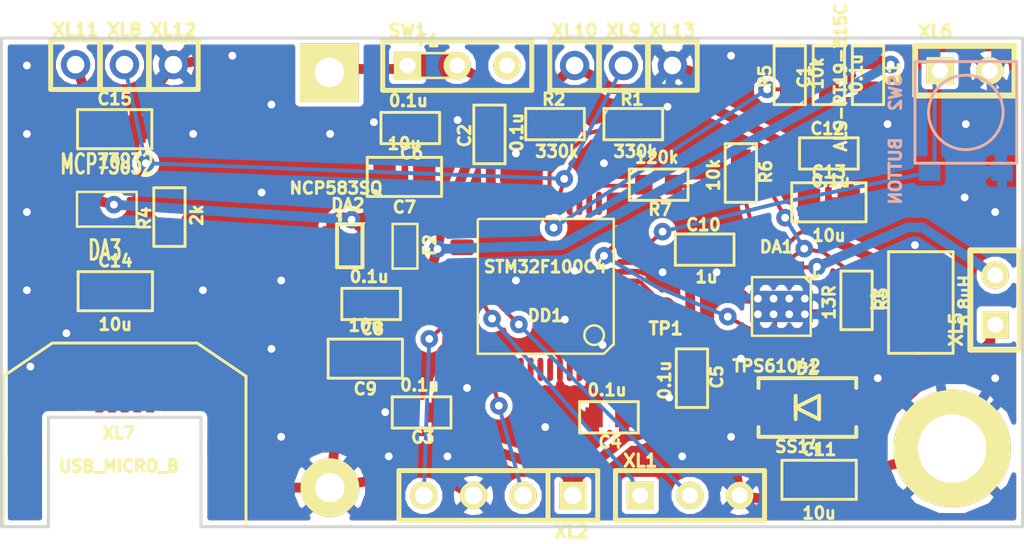
<source format=kicad_pcb>
(kicad_pcb (version 3) (host pcbnew "(2013-05-16 BZR 4016)-stable")
  (layers (15 F.Cu signal) (0 B.Cu signal) (18 B.Paste user) (19 F.Paste user) (20 B.SilkS user) (21 F.SilkS user) (22 B.Mask user) (23 F.Mask user) (28 Edge.Cuts user))
  (net 0 "")
  (net 1 +3.3V)
  (net 2 +5V)
  (net 3 +BATT)
  (net 4 /BAT_IN)
  (net 5 /BTN)
  (net 6 /Charge)
  (net 7 /FB)
  (net 8 /RX)
  (net 9 /SB_SWCLK)
  (net 10 /SB_SWDAT)
  (net 11 /TX)
  (net 12 GND)
  (net 13 N-0000017)
  (net 14 N-0000018)
  (net 15 N-0000020)
  (net 16 N-0000021)
  (net 17 N-0000022)
  (net 18 N-0000024)
  (net 19 N-000003)
  (net 20 N-000004)
  (net 21 N-000005)
  (net 22 N-000006)
  (module USBmicro_MOLEX_WM17142 (layer F.Cu) (at 121.5 144 90)
    (fp_text reference XL7 (at -0.8 -0.3 180) (layer F.SilkS) (effects (font (size 0.6 0.6))))
    (fp_text value USB_MICRO_B (at -2.5 -0.3 180) (layer F.SilkS) (effects (font (size 0.6 0.6))))
    (pad SHLD smd rect (at -3.65 -5.15 90) (size 2.5 1.5) (layers F.Cu F.Paste F.Mask) (net 12 GND))
    (pad SHLD smd rect (at -3.65 5.15 90) (size 2.5 1.5) (layers F.Cu F.Paste F.Mask) (net 12 GND))
    (pad SHLD smd rect (at 0.55 -5.15 90) (size 2.5 1.5) (layers F.Cu F.Paste F.Mask) (net 12 GND))
    (pad SHLD smd rect (at 0.55 5.15 90) (size 2.5 1.5) (layers F.Cu F.Paste F.Mask) (net 12 GND))
    (pad SHLD smd rect (at 2.75 -2.2 180) (size 2.5 1.5) (layers F.Cu F.Paste F.Mask) (net 12 GND))
    (pad SHLD smd rect (at 2.75 2.2 180) (size 2.5 1.5) (layers F.Cu F.Paste F.Mask) (net 12 GND))
    (pad 1 smd rect (at 0.875 -1.3 90) (size 1.25 0.4) (layers F.Cu F.Paste F.Mask) (net 2 +5V))
    (pad 2 smd rect (at 0.875 -0.65 90) (size 1.25 0.4) (layers F.Cu F.Paste F.Mask))
    (pad 3 smd rect (at 0.875 0 90) (size 1.25 0.4) (layers F.Cu F.Paste F.Mask))
    (pad 4 smd rect (at 0.875 0.65 90) (size 1.25 0.4) (layers F.Cu F.Paste F.Mask) (net 12 GND))
    (pad 5 smd rect (at 0.875 1.3 90) (size 1.25 0.4) (layers F.Cu F.Paste F.Mask) (net 12 GND))
  )
  (module TESTPOINT_1MM (layer F.Cu) (at 149.1633 138.3622)
    (fp_text reference TP1 (at 0 1.09982) (layer F.SilkS) (effects (font (size 0.635 0.635) (thickness 0.16002))))
    (fp_text value TESTPOINT hide)
    (pad 1 smd circle (at 0 0) (size 1.00076 1.524) (layers F.Cu F.Paste F.Mask) (net 20 N-000004))
  )
  (module SOT23-5 (layer F.Cu) (at 120.5871 133.3567 180)
    (fp_text reference DA3 (at 0.09906 -2.10058 180) (layer F.SilkS) (effects (font (size 1.00076 0.59944) (thickness 0.14986))))
    (fp_text value MCP73832 (at 0 2.30124 180) (layer F.SilkS) (effects (font (size 1.00076 0.59944) (thickness 0.14986))))
    (pad 1 smd rect (at -0.9525 1.27 180) (size 0.508 0.762) (layers F.Cu F.Paste F.Mask) (net 6 /Charge))
    (pad 3 smd rect (at 0.9525 1.27 180) (size 0.508 0.762) (layers F.Cu F.Paste F.Mask) (net 3 +BATT))
    (pad 5 smd rect (at -0.9525 -1.27 180) (size 0.508 0.762) (layers F.Cu F.Paste F.Mask) (net 22 N-000006))
    (pad 2 smd rect (at 0 1.27 180) (size 0.508 0.762) (layers F.Cu F.Paste F.Mask) (net 12 GND))
    (pad 4 smd rect (at 0.9525 -1.27 180) (size 0.508 0.762) (layers F.Cu F.Paste F.Mask) (net 2 +5V))
  )
  (module SMD0603_FUSE (layer F.Cu) (at 137.1019 126)
    (fp_text reference F1 (at -0.0635 -1.27) (layer F.SilkS) (effects (font (size 0.6 0.6))))
    (fp_text value FUSE0R hide)
    (pad 1 smd rect (at -0.58928 0) (size 0.98044 1.143) (layers F.Cu F.Paste F.Mask) (net 4 /BAT_IN))
    (pad 2 smd rect (at 0.58928 0) (size 0.98044 1.143) (layers F.Cu F.Paste F.Mask) (net 3 +BATT))
  )
  (module SMD0603_FUSE (layer F.Cu) (at 135.83 135.2502 270)
    (fp_text reference F2 (at -0.0635 -1.27 270) (layer F.SilkS) (effects (font (size 0.6 0.6))))
    (fp_text value FUSE0R hide)
    (pad 1 smd rect (at -0.58928 0 270) (size 0.98044 1.143) (layers F.Cu F.Paste F.Mask) (net 3 +BATT))
    (pad 2 smd rect (at 0.58928 0 270) (size 0.98044 1.143) (layers F.Cu F.Paste F.Mask) (net 1 +3.3V))
  )
  (module SIL1_SQUARE_1MM5 (layer F.Cu) (at 131.9635 126.3567)
    (fp_text reference XL3 hide)
    (fp_text value CONN_1 hide)
    (pad 1 thru_hole rect (at 0 0) (size 2.99974 2.99974) (drill 1.50114) (layers *.Cu *.Mask F.SilkS) (net 4 /BAT_IN))
  )
  (module SIL1_ROUND_1MM5 (layer F.Cu) (at 131.9901 147.6)
    (fp_text reference XL4 hide)
    (fp_text value CONN_1 hide)
    (pad 1 thru_hole circle (at 0 0) (size 2.99974 2.99974) (drill 1.50114) (layers *.Cu *.Mask F.SilkS) (net 12 GND))
  )
  (module SIL-4 (layer F.Cu) (at 140.6 148 180)
    (fp_text reference XL2 (at -3.74904 -1.84912 180) (layer F.SilkS) (effects (font (size 0.635 0.635) (thickness 0.16002))))
    (fp_text value ST_SWD hide)
    (pad 1 thru_hole rect (at -3.81 0 180) (size 1.39954 1.39954) (drill 0.89916) (layers *.Cu *.Mask F.SilkS) (net 1 +3.3V))
    (pad 2 thru_hole circle (at -1.27 0 180) (size 1.39954 1.39954) (drill 0.89916) (layers *.Cu *.Mask F.SilkS) (net 9 /SB_SWCLK))
    (pad 3 thru_hole circle (at 1.27 0 180) (size 1.39954 1.39954) (drill 0.89916) (layers *.Cu *.Mask F.SilkS) (net 12 GND))
    (pad 4 thru_hole circle (at 3.81 0 180) (size 1.39954 1.39954) (drill 0.89916) (layers *.Cu *.Mask F.SilkS) (net 10 /SB_SWDAT))
  )
  (module SIL-3 (layer F.Cu) (at 150.4 148)
    (fp_text reference XL1 (at -2.54 -1.778) (layer F.SilkS) (effects (font (size 0.635 0.635) (thickness 0.16002))))
    (fp_text value CONN_3 hide)
    (pad 1 thru_hole rect (at -2.54 0) (size 1.397 1.397) (drill 0.8128) (layers *.Cu *.Mask F.SilkS) (net 8 /RX))
    (pad 2 thru_hole circle (at 0 0) (size 1.397 1.397) (drill 0.8128) (layers *.Cu *.Mask F.SilkS) (net 11 /TX))
    (pad 3 thru_hole circle (at 2.54 0) (size 1.397 1.397) (drill 0.8128) (layers *.Cu *.Mask F.SilkS) (net 12 GND))
  )
  (module SIL-3 (layer F.Cu) (at 138.5 126)
    (fp_text reference SW1 (at -2.54 -1.778) (layer F.SilkS) (effects (font (size 0.635 0.635) (thickness 0.16002))))
    (fp_text value SWITCH hide)
    (pad 1 thru_hole rect (at -2.54 0) (size 1.397 1.397) (drill 0.8128) (layers *.Cu *.Mask F.SilkS) (net 4 /BAT_IN))
    (pad 2 thru_hole circle (at 0 0) (size 1.397 1.397) (drill 0.8128) (layers *.Cu *.Mask F.SilkS) (net 3 +BATT))
    (pad 3 thru_hole circle (at 2.54 0) (size 1.397 1.397) (drill 0.8128) (layers *.Cu *.Mask F.SilkS))
  )
  (module SIL-2 (layer F.Cu) (at 164.4507 126.2664)
    (fp_text reference XL6 (at -1.50114 -1.99898) (layer F.SilkS) (effects (font (size 0.635 0.635) (thickness 0.16002))))
    (fp_text value CONN_2 hide)
    (pad 1 thru_hole rect (at -1.27 0) (size 1.397 1.397) (drill 0.8128) (layers *.Cu *.Mask F.SilkS) (net 5 /BTN))
    (pad 2 thru_hole circle (at 1.27 0) (size 1.397 1.397) (drill 0.8128) (layers *.Cu *.Mask F.SilkS) (net 12 GND))
  )
  (module SIL-2 (layer F.Cu) (at 166 138 90)
    (fp_text reference XL5 (at -1.50114 -1.99898 90) (layer F.SilkS) (effects (font (size 0.635 0.635) (thickness 0.16002))))
    (fp_text value CONN_2 hide)
    (pad 1 thru_hole rect (at -1.27 0 90) (size 1.397 1.397) (drill 0.8128) (layers *.Cu *.Mask F.SilkS) (net 17 N-0000022))
    (pad 2 thru_hole circle (at 1.27 0 90) (size 1.397 1.397) (drill 0.8128) (layers *.Cu *.Mask F.SilkS) (net 16 N-0000021))
  )
  (module SC82AB (layer F.Cu) (at 133.006 135.2249)
    (fp_text reference DA2 (at -0.09906 -2.10058) (layer F.SilkS) (effects (font (size 0.59944 0.59944) (thickness 0.14986))))
    (fp_text value NCP583SQ (at -0.70104 -2.94894) (layer F.SilkS) (effects (font (size 0.59944 0.59944) (thickness 0.14986))))
    (pad 1 smd rect (at -0.94996 -0.65024) (size 0.89916 0.70104) (layers F.Cu F.Paste F.Mask) (net 3 +BATT))
    (pad 2 smd oval (at -0.94996 0.65024) (size 0.89916 0.70104) (layers F.Cu F.Paste F.Mask) (net 12 GND))
    (pad 3 smd oval (at 0.94996 0.65024) (size 0.89916 0.70104) (layers F.Cu F.Paste F.Mask) (net 1 +3.3V))
    (pad 4 smd oval (at 0.94996 -0.65024) (size 0.89916 0.70104) (layers F.Cu F.Paste F.Mask) (net 3 +BATT))
  )
  (module RES_0603 (layer F.Cu) (at 123.7871 133.7567 90)
    (fp_text reference R4 (at -0.0635 -1.27 90) (layer F.SilkS) (effects (font (size 0.6 0.6))))
    (fp_text value 2k (at 0.09906 1.39954 90) (layer F.SilkS) (effects (font (size 0.6 0.6))))
    (pad 1 smd rect (at -0.762 0 90) (size 0.889 1.016) (layers F.Cu F.Paste F.Mask) (net 22 N-000006))
    (pad 2 smd rect (at 0.762 0 90) (size 0.889 1.016) (layers F.Cu F.Paste F.Mask) (net 12 GND))
  )
  (module RES_0603 (layer F.Cu) (at 158.9129 138.0172 270)
    (fp_text reference R3 (at -0.0635 -1.27 270) (layer F.SilkS) (effects (font (size 0.6 0.6))))
    (fp_text value 13R (at 0.09906 1.39954 270) (layer F.SilkS) (effects (font (size 0.6 0.6))))
    (pad 1 smd rect (at -0.762 0 270) (size 0.889 1.016) (layers F.Cu F.Paste F.Mask) (net 14 N-0000018))
    (pad 2 smd rect (at 0.762 0 270) (size 0.889 1.016) (layers F.Cu F.Paste F.Mask) (net 12 GND))
  )
  (module RES_0603 (layer F.Cu) (at 143.5 129)
    (fp_text reference R2 (at -0.0635 -1.27) (layer F.SilkS) (effects (font (size 0.6 0.6))))
    (fp_text value 330k (at 0.09906 1.39954) (layer F.SilkS) (effects (font (size 0.6 0.6))))
    (pad 1 smd rect (at -0.762 0) (size 0.889 1.016) (layers F.Cu F.Paste F.Mask) (net 3 +BATT))
    (pad 2 smd rect (at 0.762 0) (size 0.889 1.016) (layers F.Cu F.Paste F.Mask) (net 21 N-000005))
  )
  (module RES_0603 (layer F.Cu) (at 159.5 126.5 270)
    (fp_text reference Q1 (at -0.0635 -1.27 270) (layer F.SilkS) (effects (font (size 0.6 0.6))))
    (fp_text value ALS-PT19-315C (at 0.09906 1.39954 270) (layer F.SilkS) (effects (font (size 0.6 0.6))))
    (pad 1 smd rect (at -0.762 0 270) (size 0.889 1.016) (layers F.Cu F.Paste F.Mask) (net 1 +3.3V))
    (pad 2 smd rect (at 0.762 0 270) (size 0.889 1.016) (layers F.Cu F.Paste F.Mask) (net 19 N-000003))
  )
  (module RES_0603 (layer F.Cu) (at 155.5 126.5 90)
    (fp_text reference R5 (at -0.0635 -1.27 90) (layer F.SilkS) (effects (font (size 0.6 0.6))))
    (fp_text value 10k (at 0.09906 1.39954 90) (layer F.SilkS) (effects (font (size 0.6 0.6))))
    (pad 1 smd rect (at -0.762 0 90) (size 0.889 1.016) (layers F.Cu F.Paste F.Mask) (net 19 N-000003))
    (pad 2 smd rect (at 0.762 0 90) (size 0.889 1.016) (layers F.Cu F.Paste F.Mask) (net 12 GND))
  )
  (module RES_0603 (layer F.Cu) (at 147.5 129)
    (fp_text reference R1 (at -0.0635 -1.27) (layer F.SilkS) (effects (font (size 0.6 0.6))))
    (fp_text value 330k (at 0.09906 1.39954) (layer F.SilkS) (effects (font (size 0.6 0.6))))
    (pad 1 smd rect (at -0.762 0) (size 0.889 1.016) (layers F.Cu F.Paste F.Mask) (net 21 N-000005))
    (pad 2 smd rect (at 0.762 0) (size 0.889 1.016) (layers F.Cu F.Paste F.Mask) (net 12 GND))
  )
  (module LQFP48 (layer F.Cu) (at 143 137.3 180)
    (fp_text reference DD1 (at 0 -1.5 180) (layer F.SilkS) (effects (font (size 0.59944 0.59944) (thickness 0.14986))))
    (fp_text value STM32F100C4 (at 0 1 180) (layer F.SilkS) (effects (font (size 0.59944 0.59944) (thickness 0.14986))))
    (pad 1 smd rect (at -4.24942 -2.75082 180) (size 1.19888 0.29972) (layers F.Cu F.Paste F.Mask) (net 1 +3.3V))
    (pad 2 smd oval (at -4.24942 -2.25298 180) (size 1.19888 0.29972) (layers F.Cu F.Paste F.Mask))
    (pad 3 smd oval (at -4.24942 -1.7526 180) (size 1.19888 0.29972) (layers F.Cu F.Paste F.Mask))
    (pad 4 smd oval (at -4.24942 -1.25222 180) (size 1.19888 0.29972) (layers F.Cu F.Paste F.Mask))
    (pad 5 smd oval (at -4.24942 -0.75184 180) (size 1.19888 0.29972) (layers F.Cu F.Paste F.Mask))
    (pad 6 smd oval (at -4.24942 -0.25146 180) (size 1.19888 0.29972) (layers F.Cu F.Paste F.Mask))
    (pad 7 smd oval (at -4.24942 0.24892 180) (size 1.19888 0.29972) (layers F.Cu F.Paste F.Mask) (net 20 N-000004))
    (pad 8 smd oval (at -4.24942 0.7493 180) (size 1.19888 0.29972) (layers F.Cu F.Paste F.Mask) (net 12 GND))
    (pad 9 smd oval (at -4.24942 1.24714 180) (size 1.19888 0.29972) (layers F.Cu F.Paste F.Mask) (net 1 +3.3V))
    (pad 10 smd oval (at -4.24942 1.74752 180) (size 1.19888 0.29972) (layers F.Cu F.Paste F.Mask) (net 5 /BTN))
    (pad 11 smd oval (at -4.24942 2.2479 180) (size 1.19888 0.29972) (layers F.Cu F.Paste F.Mask) (net 15 N-0000020))
    (pad 12 smd oval (at -4.25196 2.74828 180) (size 1.19888 0.29972) (layers F.Cu F.Paste F.Mask))
    (pad 13 smd oval (at -2.74574 4.24942 270) (size 1.19888 0.29972) (layers F.Cu F.Paste F.Mask))
    (pad 14 smd oval (at -2.2479 4.24942 270) (size 1.19888 0.29972) (layers F.Cu F.Paste F.Mask) (net 7 /FB))
    (pad 15 smd oval (at -1.74752 4.24942 270) (size 1.19888 0.29972) (layers F.Cu F.Paste F.Mask))
    (pad 16 smd oval (at -1.24714 4.24942 270) (size 1.19888 0.29972) (layers F.Cu F.Paste F.Mask))
    (pad 17 smd oval (at -0.74676 4.24942 270) (size 1.19888 0.29972) (layers F.Cu F.Paste F.Mask) (net 6 /Charge))
    (pad 18 smd oval (at -0.24638 4.24942 270) (size 1.19888 0.29972) (layers F.Cu F.Paste F.Mask) (net 21 N-000005))
    (pad 19 smd oval (at 0.254 4.24942 270) (size 1.19888 0.29972) (layers F.Cu F.Paste F.Mask) (net 19 N-000003))
    (pad 20 smd oval (at 0.75184 4.24942 270) (size 1.19888 0.29972) (layers F.Cu F.Paste F.Mask))
    (pad 21 smd oval (at 1.25222 4.24942 270) (size 1.19888 0.29972) (layers F.Cu F.Paste F.Mask))
    (pad 22 smd oval (at 1.7526 4.24942 270) (size 1.19888 0.29972) (layers F.Cu F.Paste F.Mask))
    (pad 23 smd oval (at 2.25044 4.24942 270) (size 1.19888 0.29972) (layers F.Cu F.Paste F.Mask) (net 12 GND))
    (pad 24 smd oval (at 2.75082 4.24942 270) (size 1.19888 0.29972) (layers F.Cu F.Paste F.Mask) (net 1 +3.3V))
    (pad 25 smd oval (at 4.25196 2.75082 180) (size 1.19888 0.29972) (layers F.Cu F.Paste F.Mask))
    (pad 26 smd oval (at 4.25196 2.25044 180) (size 1.19888 0.29972) (layers F.Cu F.Paste F.Mask))
    (pad 27 smd oval (at 4.25196 1.75006 180) (size 1.19888 0.29972) (layers F.Cu F.Paste F.Mask))
    (pad 28 smd oval (at 4.25196 1.24968 180) (size 1.19888 0.29972) (layers F.Cu F.Paste F.Mask))
    (pad 29 smd oval (at 4.25196 0.7493 180) (size 1.19888 0.29972) (layers F.Cu F.Paste F.Mask))
    (pad 30 smd oval (at 4.25196 0.24892 180) (size 1.19888 0.29972) (layers F.Cu F.Paste F.Mask) (net 11 /TX))
    (pad 31 smd oval (at 4.25196 -0.25146 180) (size 1.19888 0.29972) (layers F.Cu F.Paste F.Mask) (net 8 /RX))
    (pad 32 smd oval (at 4.25196 -0.7493 180) (size 1.19888 0.29972) (layers F.Cu F.Paste F.Mask))
    (pad 33 smd oval (at 4.25196 -1.24968 180) (size 1.19888 0.29972) (layers F.Cu F.Paste F.Mask))
    (pad 34 smd oval (at 4.25196 -1.75006 180) (size 1.19888 0.29972) (layers F.Cu F.Paste F.Mask) (net 10 /SB_SWDAT))
    (pad 35 smd oval (at 4.25196 -2.25044 180) (size 1.19888 0.29972) (layers F.Cu F.Paste F.Mask) (net 12 GND))
    (pad 36 smd oval (at 4.25196 -2.75082 180) (size 1.19888 0.29972) (layers F.Cu F.Paste F.Mask) (net 1 +3.3V))
    (pad 37 smd oval (at 2.75082 -4.24942 270) (size 1.19888 0.29972) (layers F.Cu F.Paste F.Mask) (net 9 /SB_SWCLK))
    (pad 38 smd oval (at 2.25044 -4.24942 270) (size 1.19888 0.29972) (layers F.Cu F.Paste F.Mask))
    (pad 39 smd oval (at 1.75006 -4.24942 270) (size 1.19888 0.29972) (layers F.Cu F.Paste F.Mask))
    (pad 40 smd oval (at 1.24968 -4.24942 270) (size 1.19888 0.29972) (layers F.Cu F.Paste F.Mask))
    (pad 41 smd oval (at 0.7493 -4.24942 270) (size 1.19888 0.29972) (layers F.Cu F.Paste F.Mask))
    (pad 42 smd oval (at 0.24892 -4.24942 270) (size 1.19888 0.29972) (layers F.Cu F.Paste F.Mask))
    (pad 43 smd oval (at -0.24892 -4.24942 270) (size 1.19888 0.29972) (layers F.Cu F.Paste F.Mask))
    (pad 44 smd oval (at -0.7493 -4.24942 270) (size 1.19888 0.29972) (layers F.Cu F.Paste F.Mask) (net 12 GND))
    (pad 45 smd oval (at -1.24968 -4.24942 270) (size 1.19888 0.29972) (layers F.Cu F.Paste F.Mask))
    (pad 46 smd oval (at -1.75006 -4.24942 270) (size 1.19888 0.29972) (layers F.Cu F.Paste F.Mask))
    (pad 47 smd oval (at -2.25044 -4.24942 270) (size 1.19888 0.29972) (layers F.Cu F.Paste F.Mask) (net 12 GND))
    (pad 48 smd oval (at -2.75082 -4.24942 270) (size 1.19888 0.29972) (layers F.Cu F.Paste F.Mask) (net 1 +3.3V))
  )
  (module IND_1210 (layer F.Cu) (at 162.2001 138.1289 90)
    (fp_text reference L1 (at 0.1 -2.2 90) (layer F.SilkS) (effects (font (size 0.6 0.6))))
    (fp_text value 6.8uH (at 0.1 2.25 90) (layer F.SilkS) (effects (font (size 0.6 0.6))))
    (pad 1 smd rect (at -1.524 0 90) (size 1.524 2.667) (layers F.Cu F.Paste F.Mask) (net 18 N-0000024))
    (pad 2 smd rect (at 1.524 0 90) (size 1.524 2.667) (layers F.Cu F.Paste F.Mask) (net 3 +BATT))
  )
  (module Hole3_5_out6mm (layer F.Cu) (at 163.8 145.6)
    (fp_text reference HOLE2 hide)
    (fp_text value HOLE_METALLED (at -0.09906 -3.2004) (layer F.SilkS) (effects (font (size 0.127 0.127) (thickness 0.00254))))
    (pad Hle thru_hole circle (at 0 0) (size 5.99948 5.99948) (drill 3.50012) (layers *.Cu *.Mask F.SilkS) (net 12 GND))
  )
  (module DRB8 (layer F.Cu) (at 155.071 138.3286 180)
    (fp_text reference DA1 (at 0.254 3.048 180) (layer F.SilkS) (effects (font (size 0.6 0.6))))
    (fp_text value TPS61042 (at 0.254 -3.048 180) (layer F.SilkS) (effects (font (size 0.6 0.6))))
    (pad 1 smd rect (at -0.975 1.7 270) (size 1.2 0.37) (layers F.Cu F.Paste F.Mask) (net 16 N-0000021))
    (pad 2 smd oval (at -0.325 1.7 270) (size 1.2 0.37) (layers F.Cu F.Paste F.Mask) (net 14 N-0000018))
    (pad 3 smd oval (at 0.325 1.7 270) (size 1.2 0.37) (layers F.Cu F.Paste F.Mask) (net 3 +BATT))
    (pad 4 smd oval (at 0.975 1.7 270) (size 1.2 0.37) (layers F.Cu F.Paste F.Mask) (net 13 N-0000017))
    (pad 5 smd oval (at 0.975 -1.7 270) (size 1.2 0.37) (layers F.Cu F.Paste F.Mask) (net 15 N-0000020))
    (pad 6 smd oval (at 0.325 -1.7 270) (size 1.2 0.37) (layers F.Cu F.Paste F.Mask) (net 12 GND))
    (pad 7 smd oval (at -0.325 -1.7 270) (size 1.2 0.37) (layers F.Cu F.Paste F.Mask) (net 17 N-0000022))
    (pad 8 smd oval (at -0.975 -1.7 270) (size 1.2 0.37) (layers F.Cu F.Paste F.Mask) (net 18 N-0000024))
    (pad PAD thru_hole rect (at -1.2 -0.4 270) (size 0.8 0.8) (drill 0.4) (layers *.Cu F.Paste F.Mask) (net 12 GND))
    (pad PAD thru_hole rect (at -0.4 -0.4 270) (size 0.8 0.8) (drill 0.4) (layers *.Cu F.Paste F.Mask) (net 12 GND))
    (pad PAD thru_hole rect (at 0.4 -0.4 270) (size 0.8 0.8) (drill 0.4) (layers *.Cu F.Paste F.Mask) (net 12 GND))
    (pad PAD thru_hole rect (at 1.2 -0.4 270) (size 0.8 0.8) (drill 0.4) (layers *.Cu F.Paste F.Mask) (net 12 GND))
    (pad PAD thru_hole rect (at -1.2 0.4 270) (size 0.8 0.8) (drill 0.4) (layers *.Cu F.Paste F.Mask) (net 12 GND))
    (pad PAD thru_hole rect (at -0.4 0.4 270) (size 0.8 0.8) (drill 0.4) (layers *.Cu F.Paste F.Mask) (net 12 GND))
    (pad PAD thru_hole rect (at 0.4 0.4 270) (size 0.8 0.8) (drill 0.4) (layers *.Cu F.Paste F.Mask) (net 12 GND))
    (pad PAD thru_hole rect (at 1.2 0.4 270) (size 0.8 0.8) (drill 0.4) (layers *.Cu F.Paste F.Mask) (net 12 GND))
  )
  (module DIODE_SMA_DO214AC (layer F.Cu) (at 156.4 143.5)
    (fp_text reference D1 (at 0 -1.99898) (layer F.SilkS) (effects (font (size 0.59944 0.59944) (thickness 0.14986))))
    (fp_text value SS14 (at -0.50038 1.99898) (layer F.SilkS) (effects (font (size 0.59944 0.59944) (thickness 0.14986))))
    (pad C smd rect (at -1.905 0) (size 1.99898 1.80086) (layers F.Cu F.Paste F.Mask) (net 17 N-0000022))
    (pad A smd rect (at 1.905 0) (size 1.99898 1.80086) (layers F.Cu F.Paste F.Mask) (net 18 N-0000024))
  )
  (module CAP_0805 (layer F.Cu) (at 157 147.2)
    (fp_text reference C11 (at 0 -1.55) (layer F.SilkS) (effects (font (size 0.6 0.6))))
    (fp_text value 10u (at 0 1.69926) (layer F.SilkS) (effects (font (size 0.6 0.6))))
    (pad 1 smd rect (at -1.016 0) (size 1.143 1.397) (layers F.Cu F.Paste F.Mask) (net 17 N-0000022))
    (pad 2 smd rect (at 1.016 0) (size 1.143 1.397) (layers F.Cu F.Paste F.Mask) (net 12 GND))
  )
  (module CAP_0805 (layer F.Cu) (at 157.5 133)
    (fp_text reference C13 (at 0 -1.55) (layer F.SilkS) (effects (font (size 0.6 0.6))))
    (fp_text value 10u (at 0 1.69926) (layer F.SilkS) (effects (font (size 0.6 0.6))))
    (pad 1 smd rect (at -1.016 0) (size 1.143 1.397) (layers F.Cu F.Paste F.Mask) (net 3 +BATT))
    (pad 2 smd rect (at 1.016 0) (size 1.143 1.397) (layers F.Cu F.Paste F.Mask) (net 12 GND))
  )
  (module CAP_0805 (layer F.Cu) (at 133.8 141 180)
    (fp_text reference C9 (at 0 -1.55 180) (layer F.SilkS) (effects (font (size 0.6 0.6))))
    (fp_text value 10u (at 0 1.69926 180) (layer F.SilkS) (effects (font (size 0.6 0.6))))
    (pad 1 smd rect (at -1.016 0 180) (size 1.143 1.397) (layers F.Cu F.Paste F.Mask) (net 1 +3.3V))
    (pad 2 smd rect (at 1.016 0 180) (size 1.143 1.397) (layers F.Cu F.Paste F.Mask) (net 12 GND))
  )
  (module CAP_0805 (layer F.Cu) (at 121.0186 137.5484)
    (fp_text reference C14 (at 0 -1.55) (layer F.SilkS) (effects (font (size 0.6 0.6))))
    (fp_text value 10u (at 0 1.69926) (layer F.SilkS) (effects (font (size 0.6 0.6))))
    (pad 1 smd rect (at -1.016 0) (size 1.143 1.397) (layers F.Cu F.Paste F.Mask) (net 2 +5V))
    (pad 2 smd rect (at 1.016 0) (size 1.143 1.397) (layers F.Cu F.Paste F.Mask) (net 12 GND))
  )
  (module CAP_0805 (layer F.Cu) (at 120.9871 129.2567)
    (fp_text reference C15 (at 0 -1.55) (layer F.SilkS) (effects (font (size 0.6 0.6))))
    (fp_text value 10u (at 0 1.69926) (layer F.SilkS) (effects (font (size 0.6 0.6))))
    (pad 1 smd rect (at -1.016 0) (size 1.143 1.397) (layers F.Cu F.Paste F.Mask) (net 3 +BATT))
    (pad 2 smd rect (at 1.016 0) (size 1.143 1.397) (layers F.Cu F.Paste F.Mask) (net 12 GND))
  )
  (module CAP_0805 (layer F.Cu) (at 135.8 131.7 180)
    (fp_text reference C7 (at 0 -1.55 180) (layer F.SilkS) (effects (font (size 0.6 0.6))))
    (fp_text value 10u (at 0 1.69926 180) (layer F.SilkS) (effects (font (size 0.6 0.6))))
    (pad 1 smd rect (at -1.016 0 180) (size 1.143 1.397) (layers F.Cu F.Paste F.Mask) (net 3 +BATT))
    (pad 2 smd rect (at 1.016 0 180) (size 1.143 1.397) (layers F.Cu F.Paste F.Mask) (net 12 GND))
  )
  (module CAP_0603 (layer F.Cu) (at 157.5 126.5 90)
    (fp_text reference C1 (at -0.0635 -1.27 90) (layer F.SilkS) (effects (font (size 0.6 0.6))))
    (fp_text value 0.1u (at 0.09906 1.39954 90) (layer F.SilkS) (effects (font (size 0.6 0.6))))
    (pad 1 smd rect (at -0.762 0 90) (size 0.889 1.016) (layers F.Cu F.Paste F.Mask) (net 19 N-000003))
    (pad 2 smd rect (at 0.762 0 90) (size 0.889 1.016) (layers F.Cu F.Paste F.Mask) (net 12 GND))
  )
  (module CAP_0603 (layer F.Cu) (at 157.5 130.5)
    (fp_text reference C12 (at -0.0635 -1.27) (layer F.SilkS) (effects (font (size 0.6 0.6))))
    (fp_text value 0.1u (at 0.09906 1.39954) (layer F.SilkS) (effects (font (size 0.6 0.6))))
    (pad 1 smd rect (at -0.762 0) (size 0.889 1.016) (layers F.Cu F.Paste F.Mask) (net 3 +BATT))
    (pad 2 smd rect (at 0.762 0) (size 0.889 1.016) (layers F.Cu F.Paste F.Mask) (net 12 GND))
  )
  (module CAP_0603 (layer F.Cu) (at 151.1489 135.4212)
    (fp_text reference C10 (at -0.0635 -1.27) (layer F.SilkS) (effects (font (size 0.6 0.6))))
    (fp_text value 1u (at 0.09906 1.39954) (layer F.SilkS) (effects (font (size 0.6 0.6))))
    (pad 1 smd rect (at -0.762 0) (size 0.889 1.016) (layers F.Cu F.Paste F.Mask) (net 1 +3.3V))
    (pad 2 smd rect (at 0.762 0) (size 0.889 1.016) (layers F.Cu F.Paste F.Mask) (net 12 GND))
  )
  (module CAP_0603 (layer F.Cu) (at 134.1 138.2 180)
    (fp_text reference C8 (at -0.0635 -1.27 180) (layer F.SilkS) (effects (font (size 0.6 0.6))))
    (fp_text value 0.1u (at 0.09906 1.39954 180) (layer F.SilkS) (effects (font (size 0.6 0.6))))
    (pad 1 smd rect (at -0.762 0 180) (size 0.889 1.016) (layers F.Cu F.Paste F.Mask) (net 1 +3.3V))
    (pad 2 smd rect (at 0.762 0 180) (size 0.889 1.016) (layers F.Cu F.Paste F.Mask) (net 12 GND))
  )
  (module CAP_0603 (layer F.Cu) (at 136.1 129.2 180)
    (fp_text reference C6 (at -0.0635 -1.27 180) (layer F.SilkS) (effects (font (size 0.6 0.6))))
    (fp_text value 0.1u (at 0.09906 1.39954 180) (layer F.SilkS) (effects (font (size 0.6 0.6))))
    (pad 1 smd rect (at -0.762 0 180) (size 0.889 1.016) (layers F.Cu F.Paste F.Mask) (net 3 +BATT))
    (pad 2 smd rect (at 0.762 0 180) (size 0.889 1.016) (layers F.Cu F.Paste F.Mask) (net 12 GND))
  )
  (module CAP_0603 (layer F.Cu) (at 140.147 129.5253 90)
    (fp_text reference C2 (at -0.0635 -1.27 90) (layer F.SilkS) (effects (font (size 0.6 0.6))))
    (fp_text value 0.1u (at 0.09906 1.39954 90) (layer F.SilkS) (effects (font (size 0.6 0.6))))
    (pad 1 smd rect (at -0.762 0 90) (size 0.889 1.016) (layers F.Cu F.Paste F.Mask) (net 1 +3.3V))
    (pad 2 smd rect (at 0.762 0 90) (size 0.889 1.016) (layers F.Cu F.Paste F.Mask) (net 12 GND))
  )
  (module CAP_0603 (layer F.Cu) (at 136.6783 143.7529 180)
    (fp_text reference C3 (at -0.0635 -1.27 180) (layer F.SilkS) (effects (font (size 0.6 0.6))))
    (fp_text value 0.1u (at 0.09906 1.39954 180) (layer F.SilkS) (effects (font (size 0.6 0.6))))
    (pad 1 smd rect (at -0.762 0 180) (size 0.889 1.016) (layers F.Cu F.Paste F.Mask) (net 1 +3.3V))
    (pad 2 smd rect (at 0.762 0 180) (size 0.889 1.016) (layers F.Cu F.Paste F.Mask) (net 12 GND))
  )
  (module CAP_0603 (layer F.Cu) (at 146.2562 144.0009 180)
    (fp_text reference C4 (at -0.0635 -1.27 180) (layer F.SilkS) (effects (font (size 0.6 0.6))))
    (fp_text value 0.1u (at 0.09906 1.39954 180) (layer F.SilkS) (effects (font (size 0.6 0.6))))
    (pad 1 smd rect (at -0.762 0 180) (size 0.889 1.016) (layers F.Cu F.Paste F.Mask) (net 1 +3.3V))
    (pad 2 smd rect (at 0.762 0 180) (size 0.889 1.016) (layers F.Cu F.Paste F.Mask) (net 12 GND))
  )
  (module CAP_0603 (layer F.Cu) (at 150.5 142 270)
    (fp_text reference C5 (at -0.0635 -1.27 270) (layer F.SilkS) (effects (font (size 0.6 0.6))))
    (fp_text value 0.1u (at 0.09906 1.39954 270) (layer F.SilkS) (effects (font (size 0.6 0.6))))
    (pad 1 smd rect (at -0.762 0 270) (size 0.889 1.016) (layers F.Cu F.Paste F.Mask) (net 1 +3.3V))
    (pad 2 smd rect (at 0.762 0 270) (size 0.889 1.016) (layers F.Cu F.Paste F.Mask) (net 12 GND))
  )
  (module BUTTON_4x4_SMD (layer B.Cu) (at 164.5 128.4 270)
    (fp_text reference SW2 (at -1.00076 3.59918 270) (layer B.SilkS) (effects (font (size 0.59944 0.59944) (thickness 0.14986)) (justify mirror)))
    (fp_text value BUTTON (at 2.99974 3.59918 270) (layer B.SilkS) (effects (font (size 0.59944 0.59944) (thickness 0.14986)) (justify mirror)))
    (pad 1 smd rect (at 2.99974 1.84912 270) (size 1.00076 1.09982) (layers B.Cu B.Paste B.Mask) (net 5 /BTN))
    (pad 2 smd rect (at 2.99974 -1.84912 270) (size 1.00076 1.09982) (layers B.Cu B.Paste B.Mask) (net 12 GND))
    (pad 2 smd rect (at -2.99974 -1.84912 270) (size 1.00076 1.09982) (layers B.Cu B.Paste B.Mask) (net 12 GND))
    (pad 1 smd rect (at -2.99974 1.84912 270) (size 1.00076 1.09982) (layers B.Cu B.Paste B.Mask) (net 5 /BTN))
  )
  (module SIL-1 (layer F.Cu) (at 121.4871 125.9567)
    (fp_text reference XL8 (at 0 -1.778) (layer F.SilkS) (effects (font (size 0.635 0.635) (thickness 0.16002))))
    (fp_text value CONN_1 hide)
    (pad 1 thru_hole circle (at 0 0) (size 1.50114 1.50114) (drill 0.89916) (layers *.Cu *.Mask) (net 6 /Charge))
  )
  (module SIL-1 (layer F.Cu) (at 147 126)
    (fp_text reference XL9 (at 0 -1.778) (layer F.SilkS) (effects (font (size 0.635 0.635) (thickness 0.16002))))
    (fp_text value CONN_1 hide)
    (pad 1 thru_hole circle (at 0 0) (size 1.50114 1.50114) (drill 0.89916) (layers *.Cu *.Mask) (net 6 /Charge))
  )
  (module SIL-1 (layer F.Cu) (at 123.9871 125.9567)
    (fp_text reference XL12 (at 0 -1.778) (layer F.SilkS) (effects (font (size 0.635 0.635) (thickness 0.16002))))
    (fp_text value CONN_1 hide)
    (pad 1 thru_hole circle (at 0 0) (size 1.50114 1.50114) (drill 0.89916) (layers *.Cu *.Mask) (net 12 GND))
  )
  (module SIL-1 (layer F.Cu) (at 149.5 126)
    (fp_text reference XL13 (at 0 -1.778) (layer F.SilkS) (effects (font (size 0.635 0.635) (thickness 0.16002))))
    (fp_text value CONN_1 hide)
    (pad 1 thru_hole circle (at 0 0) (size 1.50114 1.50114) (drill 0.89916) (layers *.Cu *.Mask) (net 12 GND))
  )
  (module SIL-1 (layer F.Cu) (at 144.5 126)
    (fp_text reference XL10 (at 0 -1.778) (layer F.SilkS) (effects (font (size 0.635 0.635) (thickness 0.16002))))
    (fp_text value CONN_1 hide)
    (pad 1 thru_hole circle (at 0 0) (size 1.50114 1.50114) (drill 0.89916) (layers *.Cu *.Mask) (net 3 +BATT))
  )
  (module SIL-1 (layer F.Cu) (at 118.9871 125.9567)
    (fp_text reference XL11 (at 0 -1.778) (layer F.SilkS) (effects (font (size 0.635 0.635) (thickness 0.16002))))
    (fp_text value CONN_1 hide)
    (pad 1 thru_hole circle (at 0 0) (size 1.50114 1.50114) (drill 0.89916) (layers *.Cu *.Mask) (net 3 +BATT))
  )
  (module RES_0603 (layer F.Cu) (at 153 131.5 270)
    (fp_text reference R6 (at -0.0635 -1.27 270) (layer F.SilkS) (effects (font (size 0.6 0.6))))
    (fp_text value 10k (at 0.09906 1.39954 270) (layer F.SilkS) (effects (font (size 0.6 0.6))))
    (pad 1 smd rect (at -0.762 0 270) (size 0.889 1.016) (layers F.Cu F.Paste F.Mask) (net 14 N-0000018))
    (pad 2 smd rect (at 0.762 0 270) (size 0.889 1.016) (layers F.Cu F.Paste F.Mask) (net 13 N-0000017))
  )
  (module RES_0603 (layer F.Cu) (at 148.8 132.1 180)
    (fp_text reference R7 (at -0.0635 -1.27 180) (layer F.SilkS) (effects (font (size 0.6 0.6))))
    (fp_text value 120k (at 0.09906 1.39954 180) (layer F.SilkS) (effects (font (size 0.6 0.6))))
    (pad 1 smd rect (at -0.762 0 180) (size 0.889 1.016) (layers F.Cu F.Paste F.Mask) (net 13 N-0000017))
    (pad 2 smd rect (at 0.762 0 180) (size 0.889 1.016) (layers F.Cu F.Paste F.Mask) (net 7 /FB))
  )
  (gr_line (start 115.2 124.6) (end 115.3 124.6) (angle 90) (layer Edge.Cuts) (width 0.15))
  (gr_line (start 115.2 149.6) (end 115.2 124.6) (angle 90) (layer Edge.Cuts) (width 0.15))
  (gr_line (start 117.6 149.6) (end 115.2 149.6) (angle 90) (layer Edge.Cuts) (width 0.15))
  (gr_line (start 117.6 144) (end 117.6 149.6) (angle 90) (layer Edge.Cuts) (width 0.15))
  (gr_line (start 125.4 144) (end 117.6 144) (angle 90) (layer Edge.Cuts) (width 0.15))
  (gr_line (start 125.4 149.6) (end 125.4 144) (angle 90) (layer Edge.Cuts) (width 0.15))
  (gr_line (start 115.3 124.6) (end 167.4 124.6) (angle 90) (layer Edge.Cuts) (width 0.15))
  (gr_line (start 167.4 149.6) (end 125.4 149.6) (angle 90) (layer Edge.Cuts) (width 0.15))
  (gr_line (start 167.4 124.6) (end 167.4 149.6) (angle 90) (layer Edge.Cuts) (width 0.15))
  (via (at 137.49 135.39) (size 0.9) (layers F.Cu B.Cu) (net 1))
  (via (at 160.66 125.95) (size 0.9) (layers F.Cu B.Cu) (net 1))
  (segment (start 143.803 135.2005) (end 160.66 125.95) (width 0.5) (layer B.Cu) (net 1))
  (segment (start 137.49 135.39) (end 143.803 135.2005) (width 0.5) (layer B.Cu) (net 1))
  (segment (start 144.9234 146.8502) (end 147.19 144.96) (width 0.5) (layer F.Cu) (net 1))
  (segment (start 144.6598 147.1138) (end 144.9234 146.8502) (width 0.5) (layer F.Cu) (net 1))
  (segment (start 144.6598 147.3002) (end 144.6598 147.1138) (width 0.5) (layer F.Cu) (net 1))
  (segment (start 144.6598 147.5502) (end 144.6598 147.3002) (width 0.5) (layer F.Cu) (net 1))
  (segment (start 144.41 148) (end 144.6598 147.5502) (width 0.5) (layer F.Cu) (net 1))
  (segment (start 135.5085 135.8751) (end 135.83 135.8395) (width 0.5) (layer F.Cu) (net 1))
  (segment (start 135.2585 135.8751) (end 135.5085 135.8751) (width 0.5) (layer F.Cu) (net 1))
  (segment (start 134.0551 135.8751) (end 135.2585 135.8751) (width 0.5) (layer F.Cu) (net 1))
  (segment (start 133.956 135.8751) (end 134.0551 135.8751) (width 0.5) (layer F.Cu) (net 1))
  (segment (start 134.862 137.942) (end 134.862 138.2) (width 0.5) (layer F.Cu) (net 1))
  (segment (start 134.862 137.692) (end 134.862 137.942) (width 0.5) (layer F.Cu) (net 1))
  (segment (start 134.862 137.5079) (end 134.862 137.692) (width 0.5) (layer F.Cu) (net 1))
  (segment (start 134.0551 135.8751) (end 134.862 137.5079) (width 0.5) (layer F.Cu) (net 1))
  (segment (start 133.956 135.8751) (end 134.0551 135.8751) (width 0.5) (layer F.Cu) (net 1))
  (segment (start 148.627 135.6795) (end 148.3 135.88) (width 0.5) (layer F.Cu) (net 1))
  (segment (start 149.7558 135.4787) (end 148.627 135.6795) (width 0.5) (layer F.Cu) (net 1))
  (segment (start 149.9424 135.4787) (end 149.7558 135.4787) (width 0.5) (layer F.Cu) (net 1))
  (segment (start 150.1924 135.4787) (end 149.9424 135.4787) (width 0.5) (layer F.Cu) (net 1))
  (segment (start 150.3869 135.4212) (end 150.1924 135.4787) (width 0.5) (layer F.Cu) (net 1))
  (segment (start 134.862 140.5515) (end 134.816 141) (width 0.5) (layer F.Cu) (net 1))
  (segment (start 134.862 140.3015) (end 134.862 140.5515) (width 0.5) (layer F.Cu) (net 1))
  (segment (start 134.862 138.708) (end 134.862 140.3015) (width 0.5) (layer F.Cu) (net 1))
  (segment (start 134.862 138.458) (end 134.862 138.708) (width 0.5) (layer F.Cu) (net 1))
  (segment (start 134.862 138.2) (end 134.862 138.458) (width 0.5) (layer F.Cu) (net 1))
  (segment (start 140.2045 130.9184) (end 140.22 132) (width 0.5) (layer F.Cu) (net 1))
  (segment (start 140.2045 130.7318) (end 140.2045 130.9184) (width 0.5) (layer F.Cu) (net 1))
  (segment (start 140.2045 130.4818) (end 140.2045 130.7318) (width 0.5) (layer F.Cu) (net 1))
  (segment (start 140.147 130.2873) (end 140.2045 130.4818) (width 0.5) (layer F.Cu) (net 1))
  (segment (start 138.1205 141.1902) (end 138.18 140.72) (width 0.5) (layer F.Cu) (net 1))
  (segment (start 137.4403 143.0608) (end 138.1205 141.1902) (width 0.5) (layer F.Cu) (net 1))
  (segment (start 137.4403 143.2449) (end 137.4403 143.0608) (width 0.5) (layer F.Cu) (net 1))
  (segment (start 137.4403 143.4949) (end 137.4403 143.2449) (width 0.5) (layer F.Cu) (net 1))
  (segment (start 137.4403 143.7529) (end 137.4403 143.4949) (width 0.5) (layer F.Cu) (net 1))
  (segment (start 146.7578 143.0484) (end 146.14 142.46) (width 0.5) (layer F.Cu) (net 1))
  (segment (start 147.0182 143.3088) (end 146.7578 143.0484) (width 0.5) (layer F.Cu) (net 1))
  (segment (start 147.0182 143.4929) (end 147.0182 143.3088) (width 0.5) (layer F.Cu) (net 1))
  (segment (start 147.0182 143.7429) (end 147.0182 143.4929) (width 0.5) (layer F.Cu) (net 1))
  (segment (start 147.0182 144.0009) (end 147.0182 143.7429) (width 0.5) (layer F.Cu) (net 1))
  (segment (start 149.8079 141.238) (end 148.2 140.49) (width 0.5) (layer F.Cu) (net 1))
  (segment (start 149.992 141.238) (end 149.8079 141.238) (width 0.5) (layer F.Cu) (net 1))
  (segment (start 150.242 141.238) (end 149.992 141.238) (width 0.5) (layer F.Cu) (net 1))
  (segment (start 150.5 141.238) (end 150.242 141.238) (width 0.5) (layer F.Cu) (net 1))
  (segment (start 147.6493 144.9594) (end 147.19 144.96) (width 0.5) (layer F.Cu) (net 1))
  (segment (start 151.1946 143.657) (end 147.6493 144.9594) (width 0.5) (layer F.Cu) (net 1))
  (segment (start 151.4585 143.3931) (end 151.1946 143.657) (width 0.5) (layer F.Cu) (net 1))
  (segment (start 151.4585 143.0199) (end 151.4585 143.3931) (width 0.5) (layer F.Cu) (net 1))
  (segment (start 151.4585 142.1309) (end 151.4585 143.0199) (width 0.5) (layer F.Cu) (net 1))
  (segment (start 151.4525 141.4984) (end 151.4585 142.1309) (width 0.5) (layer F.Cu) (net 1))
  (segment (start 151.1921 141.238) (end 151.4525 141.4984) (width 0.5) (layer F.Cu) (net 1))
  (segment (start 151.008 141.238) (end 151.1921 141.238) (width 0.5) (layer F.Cu) (net 1))
  (segment (start 150.758 141.238) (end 151.008 141.238) (width 0.5) (layer F.Cu) (net 1))
  (segment (start 150.5 141.238) (end 150.758 141.238) (width 0.5) (layer F.Cu) (net 1))
  (segment (start 150.3869 135.6792) (end 150.3869 135.4212) (width 0.5) (layer F.Cu) (net 1))
  (segment (start 150.3869 135.9292) (end 150.3869 135.6792) (width 0.5) (layer F.Cu) (net 1))
  (segment (start 150.3869 136.1133) (end 150.3869 135.9292) (width 0.5) (layer F.Cu) (net 1))
  (segment (start 150.4425 140.6069) (end 150.3869 136.1133) (width 0.5) (layer F.Cu) (net 1))
  (segment (start 150.4425 140.7935) (end 150.4425 140.6069) (width 0.5) (layer F.Cu) (net 1))
  (segment (start 150.4425 141.0435) (end 150.4425 140.7935) (width 0.5) (layer F.Cu) (net 1))
  (segment (start 150.5 141.238) (end 150.4425 141.0435) (width 0.5) (layer F.Cu) (net 1))
  (segment (start 147.9731 140.5007) (end 148.2 140.49) (width 0.2) (layer F.Cu) (net 1))
  (segment (start 147.7245 140.5007) (end 147.9731 140.5007) (width 0.2) (layer F.Cu) (net 1))
  (segment (start 147.5488 140.325) (end 147.7245 140.5007) (width 0.2) (layer F.Cu) (net 1))
  (segment (start 147.5488 140.2007) (end 147.5488 140.325) (width 0.2) (layer F.Cu) (net 1))
  (segment (start 147.5488 140.1007) (end 147.5488 140.2007) (width 0.2) (layer F.Cu) (net 1))
  (segment (start 147.2494 140.0508) (end 147.5488 140.1007) (width 0.2) (layer F.Cu) (net 1))
  (segment (start 147.8855 136.0028) (end 148.3 135.88) (width 0.2) (layer F.Cu) (net 1))
  (segment (start 147.699 136.0529) (end 147.8855 136.0028) (width 0.2) (layer F.Cu) (net 1))
  (segment (start 147.2494 136.0529) (end 147.699 136.0529) (width 0.2) (layer F.Cu) (net 1))
  (segment (start 135.2852 144.7114) (end 137.35 144.72) (width 0.5) (layer F.Cu) (net 1))
  (segment (start 134.447 144.6405) (end 135.2852 144.7114) (width 0.5) (layer F.Cu) (net 1))
  (segment (start 133.9195 144.113) (end 134.447 144.6405) (width 0.5) (layer F.Cu) (net 1))
  (segment (start 133.9195 143.367) (end 133.9195 144.113) (width 0.5) (layer F.Cu) (net 1))
  (segment (start 134.695 141.8851) (end 133.9195 143.367) (width 0.5) (layer F.Cu) (net 1))
  (segment (start 134.695 141.6985) (end 134.695 141.8851) (width 0.5) (layer F.Cu) (net 1))
  (segment (start 134.695 141.4485) (end 134.695 141.6985) (width 0.5) (layer F.Cu) (net 1))
  (segment (start 134.816 141) (end 134.695 141.4485) (width 0.5) (layer F.Cu) (net 1))
  (segment (start 135.838 140.4881) (end 137.49 135.39) (width 0.5) (layer F.Cu) (net 1))
  (segment (start 135.5741 140.752) (end 135.838 140.4881) (width 0.5) (layer F.Cu) (net 1))
  (segment (start 135.3875 140.752) (end 135.5741 140.752) (width 0.5) (layer F.Cu) (net 1))
  (segment (start 135.1375 140.752) (end 135.3875 140.752) (width 0.5) (layer F.Cu) (net 1))
  (segment (start 134.816 141) (end 135.1375 140.752) (width 0.5) (layer F.Cu) (net 1))
  (segment (start 159.758 125.738) (end 159.5 125.738) (width 0.5) (layer F.Cu) (net 1))
  (segment (start 160.008 125.738) (end 159.758 125.738) (width 0.5) (layer F.Cu) (net 1))
  (segment (start 160.1921 125.738) (end 160.008 125.738) (width 0.5) (layer F.Cu) (net 1))
  (segment (start 160.66 125.95) (end 160.1921 125.738) (width 0.5) (layer F.Cu) (net 1))
  (segment (start 139.889 130.2873) (end 140.147 130.2873) (width 0.5) (layer F.Cu) (net 1))
  (segment (start 139.639 130.2873) (end 139.889 130.2873) (width 0.5) (layer F.Cu) (net 1))
  (segment (start 139.4549 130.2873) (end 139.639 130.2873) (width 0.5) (layer F.Cu) (net 1))
  (segment (start 139.1945 130.5477) (end 139.4549 130.2873) (width 0.5) (layer F.Cu) (net 1))
  (segment (start 137.6981 134.3005) (end 139.1945 130.5477) (width 0.5) (layer F.Cu) (net 1))
  (segment (start 137.49 135.39) (end 137.6981 134.3005) (width 0.5) (layer F.Cu) (net 1))
  (segment (start 145.7508 141.999) (end 145.7508 141.5494) (width 0.2) (layer F.Cu) (net 1))
  (segment (start 146.14 142.46) (end 145.7508 141.999) (width 0.2) (layer F.Cu) (net 1))
  (segment (start 138.2984 140.0508) (end 138.748 140.0508) (width 0.2) (layer F.Cu) (net 1))
  (segment (start 138.18 140.72) (end 138.2984 140.0508) (width 0.2) (layer F.Cu) (net 1))
  (segment (start 147.0182 144.2589) (end 147.0182 144.0009) (width 0.5) (layer F.Cu) (net 1))
  (segment (start 147.0182 144.5089) (end 147.0182 144.2589) (width 0.5) (layer F.Cu) (net 1))
  (segment (start 147.0182 144.693) (end 147.0182 144.5089) (width 0.5) (layer F.Cu) (net 1))
  (segment (start 147.19 144.96) (end 147.0182 144.693) (width 0.5) (layer F.Cu) (net 1))
  (segment (start 140.2492 132.601) (end 140.2492 133.0506) (width 0.2) (layer F.Cu) (net 1))
  (segment (start 140.22 132) (end 140.2492 132.601) (width 0.2) (layer F.Cu) (net 1))
  (segment (start 137.4403 144.0109) (end 137.4403 143.7529) (width 0.5) (layer F.Cu) (net 1))
  (segment (start 137.4403 144.2609) (end 137.4403 144.0109) (width 0.5) (layer F.Cu) (net 1))
  (segment (start 137.4403 144.445) (end 137.4403 144.2609) (width 0.5) (layer F.Cu) (net 1))
  (segment (start 137.35 144.72) (end 137.4403 144.445) (width 0.5) (layer F.Cu) (net 1))
  (segment (start 144.1607 147.5502) (end 144.41 148) (width 0.5) (layer F.Cu) (net 1))
  (segment (start 144.1607 147.3002) (end 144.1607 147.5502) (width 0.5) (layer F.Cu) (net 1))
  (segment (start 144.1607 147.1136) (end 144.1607 147.3002) (width 0.5) (layer F.Cu) (net 1))
  (segment (start 143.8968 146.8497) (end 144.1607 147.1136) (width 0.5) (layer F.Cu) (net 1))
  (segment (start 137.35 144.72) (end 143.8968 146.8497) (width 0.5) (layer F.Cu) (net 1))
  (segment (start 120.1642 142.9266) (end 119.54 142.9266) (width 0.2) (layer F.Cu) (net 2))
  (segment (start 120.0871 142.6567) (end 120.1642 142.9266) (width 0.2) (layer F.Cu) (net 2))
  (segment (start 120.1871 142.9817) (end 120.0871 142.6567) (width 0.2) (layer F.Cu) (net 2))
  (segment (start 119.8816 137.0999) (end 120.0026 137.5484) (width 0.5) (layer F.Cu) (net 2))
  (segment (start 119.8816 136.8499) (end 119.8816 137.0999) (width 0.5) (layer F.Cu) (net 2))
  (segment (start 119.8816 136.6633) (end 119.8816 136.8499) (width 0.5) (layer F.Cu) (net 2))
  (segment (start 119.6346 135.1129) (end 119.8816 136.6633) (width 0.5) (layer F.Cu) (net 2))
  (segment (start 119.6346 135.0077) (end 119.6346 135.1129) (width 0.5) (layer F.Cu) (net 2))
  (segment (start 119.6346 134.7577) (end 119.6346 135.0077) (width 0.5) (layer F.Cu) (net 2))
  (segment (start 119.6346 134.6267) (end 119.6346 134.7577) (width 0.5) (layer F.Cu) (net 2))
  (segment (start 117.8734 142.9211) (end 119.54 142.9266) (width 0.5) (layer F.Cu) (net 2))
  (segment (start 117.5864 142.6829) (end 117.8734 142.9211) (width 0.5) (layer F.Cu) (net 2))
  (segment (start 117.5866 141.6701) (end 117.5864 142.6829) (width 0.5) (layer F.Cu) (net 2))
  (segment (start 117.5866 140.1701) (end 117.5866 141.6701) (width 0.5) (layer F.Cu) (net 2))
  (segment (start 117.6195 139.327) (end 117.5866 140.1701) (width 0.5) (layer F.Cu) (net 2))
  (segment (start 118.147 138.7995) (end 117.6195 139.327) (width 0.5) (layer F.Cu) (net 2))
  (segment (start 119.2447 137.7969) (end 118.147 138.7995) (width 0.5) (layer F.Cu) (net 2))
  (segment (start 119.4311 137.7969) (end 119.2447 137.7969) (width 0.5) (layer F.Cu) (net 2))
  (segment (start 119.6811 137.7969) (end 119.4311 137.7969) (width 0.5) (layer F.Cu) (net 2))
  (segment (start 120.0026 137.5484) (end 119.6811 137.7969) (width 0.5) (layer F.Cu) (net 2))
  (via (at 120.95 133.12) (size 0.9) (layers F.Cu B.Cu) (net 3))
  (via (at 133.1 133.89) (size 0.9) (layers F.Cu B.Cu) (net 3))
  (segment (start 120.95 133.12) (end 133.1 133.89) (width 0.5) (layer B.Cu) (net 3))
  (segment (start 120.1465 132.9182) (end 120.95 133.12) (width 0.5) (layer F.Cu) (net 3))
  (segment (start 119.7834 132.7217) (end 120.1465 132.9182) (width 0.5) (layer F.Cu) (net 3))
  (segment (start 119.6346 132.5729) (end 119.7834 132.7217) (width 0.5) (layer F.Cu) (net 3))
  (segment (start 119.6346 132.4677) (end 119.6346 132.5729) (width 0.5) (layer F.Cu) (net 3))
  (segment (start 119.6346 132.2177) (end 119.6346 132.4677) (width 0.5) (layer F.Cu) (net 3))
  (segment (start 119.6346 132.0867) (end 119.6346 132.2177) (width 0.5) (layer F.Cu) (net 3))
  (segment (start 136.862 128.942) (end 136.862 129.2) (width 0.5) (layer F.Cu) (net 3))
  (segment (start 136.862 128.692) (end 136.862 128.942) (width 0.5) (layer F.Cu) (net 3))
  (segment (start 136.862 128.5079) (end 136.862 128.692) (width 0.5) (layer F.Cu) (net 3))
  (segment (start 137.6515 126.7581) (end 136.862 128.5079) (width 0.5) (layer F.Cu) (net 3))
  (segment (start 137.6515 126.5715) (end 137.6515 126.7581) (width 0.5) (layer F.Cu) (net 3))
  (segment (start 137.6515 126.3215) (end 137.6515 126.5715) (width 0.5) (layer F.Cu) (net 3))
  (segment (start 137.6912 126) (end 137.6515 126.3215) (width 0.5) (layer F.Cu) (net 3))
  (segment (start 137.9314 126) (end 137.6912 126) (width 0.5) (layer F.Cu) (net 3))
  (segment (start 138.1814 126) (end 137.9314 126) (width 0.5) (layer F.Cu) (net 3))
  (segment (start 138.5 126) (end 138.1814 126) (width 0.5) (layer F.Cu) (net 3))
  (segment (start 132.6918 133.7746) (end 133.1 133.89) (width 0.5) (layer F.Cu) (net 3))
  (segment (start 132.3194 133.7746) (end 132.6918 133.7746) (width 0.5) (layer F.Cu) (net 3))
  (segment (start 132.056 134.038) (end 132.3194 133.7746) (width 0.5) (layer F.Cu) (net 3))
  (segment (start 132.056 134.2242) (end 132.056 134.038) (width 0.5) (layer F.Cu) (net 3))
  (segment (start 132.056 134.4742) (end 132.056 134.2242) (width 0.5) (layer F.Cu) (net 3))
  (segment (start 132.056 134.5747) (end 132.056 134.4742) (width 0.5) (layer F.Cu) (net 3))
  (segment (start 133.8569 134.5747) (end 133.1 133.89) (width 0.5) (layer F.Cu) (net 3))
  (segment (start 133.956 134.5747) (end 133.8569 134.5747) (width 0.5) (layer F.Cu) (net 3))
  (segment (start 142.738 128.3079) (end 142.58 127.72) (width 0.5) (layer F.Cu) (net 3))
  (segment (start 142.738 128.492) (end 142.738 128.3079) (width 0.5) (layer F.Cu) (net 3))
  (segment (start 142.738 128.742) (end 142.738 128.492) (width 0.5) (layer F.Cu) (net 3))
  (segment (start 142.738 129) (end 142.738 128.742) (width 0.5) (layer F.Cu) (net 3))
  (segment (start 136.862 131.2515) (end 136.816 131.7) (width 0.5) (layer F.Cu) (net 3))
  (segment (start 136.862 131.0015) (end 136.862 131.2515) (width 0.5) (layer F.Cu) (net 3))
  (segment (start 136.862 129.708) (end 136.862 131.0015) (width 0.5) (layer F.Cu) (net 3))
  (segment (start 136.862 129.458) (end 136.862 129.708) (width 0.5) (layer F.Cu) (net 3))
  (segment (start 136.862 129.2) (end 136.862 129.458) (width 0.5) (layer F.Cu) (net 3))
  (segment (start 160.68 136.2934) (end 156.41 134.35) (width 0.5) (layer F.Cu) (net 3))
  (segment (start 160.8666 136.2934) (end 160.68 136.2934) (width 0.5) (layer F.Cu) (net 3))
  (segment (start 161.1166 136.2934) (end 160.8666 136.2934) (width 0.5) (layer F.Cu) (net 3))
  (segment (start 162.2001 136.6049) (end 161.1166 136.2934) (width 0.5) (layer F.Cu) (net 3))
  (segment (start 155.9291 134.6195) (end 156.41 134.35) (width 0.2) (layer F.Cu) (net 3))
  (segment (start 155.4895 135.0591) (end 155.9291 134.6195) (width 0.2) (layer F.Cu) (net 3))
  (segment (start 154.746 136.2136) (end 155.4895 135.0591) (width 0.2) (layer F.Cu) (net 3))
  (segment (start 154.746 136.6286) (end 154.746 136.2136) (width 0.2) (layer F.Cu) (net 3))
  (segment (start 156.738 130.758) (end 156.738 130.5) (width 0.5) (layer F.Cu) (net 3))
  (segment (start 156.738 131.008) (end 156.738 130.758) (width 0.5) (layer F.Cu) (net 3))
  (segment (start 156.738 131.1921) (end 156.738 131.008) (width 0.5) (layer F.Cu) (net 3))
  (segment (start 156.605 132.1149) (end 156.738 131.1921) (width 0.5) (layer F.Cu) (net 3))
  (segment (start 156.605 132.3015) (end 156.605 132.1149) (width 0.5) (layer F.Cu) (net 3))
  (segment (start 156.605 132.5515) (end 156.605 132.3015) (width 0.5) (layer F.Cu) (net 3))
  (segment (start 156.484 133) (end 156.605 132.5515) (width 0.5) (layer F.Cu) (net 3))
  (segment (start 119.6346 131.9557) (end 119.6346 132.0867) (width 0.5) (layer F.Cu) (net 3))
  (segment (start 119.6346 131.7057) (end 119.6346 131.9557) (width 0.5) (layer F.Cu) (net 3))
  (segment (start 119.6346 131.6005) (end 119.6346 131.7057) (width 0.5) (layer F.Cu) (net 3))
  (segment (start 119.8501 130.1418) (end 119.6346 131.6005) (width 0.5) (layer F.Cu) (net 3))
  (segment (start 119.8501 129.9552) (end 119.8501 130.1418) (width 0.5) (layer F.Cu) (net 3))
  (segment (start 119.8501 129.7052) (end 119.8501 129.9552) (width 0.5) (layer F.Cu) (net 3))
  (segment (start 119.9711 129.2567) (end 119.8501 129.7052) (width 0.5) (layer F.Cu) (net 3))
  (segment (start 136.4309 132.8485) (end 135.54 133.73) (width 0.5) (layer F.Cu) (net 3))
  (segment (start 136.6945 132.5849) (end 136.4309 132.8485) (width 0.5) (layer F.Cu) (net 3))
  (segment (start 136.6945 132.3985) (end 136.6945 132.5849) (width 0.5) (layer F.Cu) (net 3))
  (segment (start 136.6945 132.1485) (end 136.6945 132.3985) (width 0.5) (layer F.Cu) (net 3))
  (segment (start 136.816 131.7) (end 136.6945 132.1485) (width 0.5) (layer F.Cu) (net 3))
  (segment (start 156.5435 130.4425) (end 156.738 130.5) (width 0.5) (layer F.Cu) (net 3))
  (segment (start 156.2935 130.4425) (end 156.5435 130.4425) (width 0.5) (layer F.Cu) (net 3))
  (segment (start 156.1069 130.4425) (end 156.2935 130.4425) (width 0.5) (layer F.Cu) (net 3))
  (segment (start 149.623 127.2095) (end 156.1069 130.4425) (width 0.5) (layer F.Cu) (net 3))
  (segment (start 146.5025 127.201) (end 149.623 127.2095) (width 0.5) (layer F.Cu) (net 3))
  (segment (start 144.5 126) (end 146.5025 127.201) (width 0.5) (layer F.Cu) (net 3))
  (segment (start 144.5 126) (end 142.58 127.72) (width 0.5) (layer F.Cu) (net 3))
  (segment (start 119.8496 128.8082) (end 119.9711 129.2567) (width 0.5) (layer F.Cu) (net 3))
  (segment (start 119.8496 128.5582) (end 119.8496 128.8082) (width 0.5) (layer F.Cu) (net 3))
  (segment (start 119.8496 128.3718) (end 119.8496 128.5582) (width 0.5) (layer F.Cu) (net 3))
  (segment (start 118.9871 125.9567) (end 119.8496 128.3718) (width 0.5) (layer F.Cu) (net 3))
  (segment (start 140.5641 127.149) (end 138.5 126) (width 0.5) (layer F.Cu) (net 3))
  (segment (start 142.58 127.72) (end 140.5641 127.149) (width 0.5) (layer F.Cu) (net 3))
  (segment (start 135.7085 134.4207) (end 135.83 134.6609) (width 0.5) (layer F.Cu) (net 3))
  (segment (start 135.7085 134.1707) (end 135.7085 134.4207) (width 0.5) (layer F.Cu) (net 3))
  (segment (start 135.54 133.73) (end 135.7085 134.1707) (width 0.5) (layer F.Cu) (net 3))
  (segment (start 133.7233 133.7737) (end 133.1 133.89) (width 0.5) (layer F.Cu) (net 3))
  (segment (start 135.0719 133.7202) (end 133.7233 133.7737) (width 0.5) (layer F.Cu) (net 3))
  (segment (start 135.4451 133.7202) (end 135.0719 133.7202) (width 0.5) (layer F.Cu) (net 3))
  (segment (start 135.54 133.73) (end 135.4451 133.7202) (width 0.5) (layer F.Cu) (net 3))
  (segment (start 156.41 133.4485) (end 156.484 133) (width 0.5) (layer F.Cu) (net 3))
  (segment (start 156.41 133.6985) (end 156.41 133.4485) (width 0.5) (layer F.Cu) (net 3))
  (segment (start 156.41 134.35) (end 156.41 133.6985) (width 0.5) (layer F.Cu) (net 3))
  (segment (start 135.5115 126.1783) (end 135.96 126) (width 0.5) (layer F.Cu) (net 4))
  (segment (start 135.2615 126.1783) (end 135.5115 126.1783) (width 0.5) (layer F.Cu) (net 4))
  (segment (start 133.4634 126.1783) (end 135.2615 126.1783) (width 0.5) (layer F.Cu) (net 4))
  (segment (start 133.2134 126.1783) (end 133.4634 126.1783) (width 0.5) (layer F.Cu) (net 4))
  (segment (start 131.9635 126.3567) (end 133.2134 126.1783) (width 0.5) (layer F.Cu) (net 4))
  (segment (start 136.2724 126) (end 136.5126 126) (width 0.5) (layer F.Cu) (net 4))
  (segment (start 136.0224 126) (end 136.2724 126) (width 0.5) (layer F.Cu) (net 4))
  (segment (start 135.96 126) (end 136.0224 126) (width 0.5) (layer F.Cu) (net 4))
  (via (at 148.9961 134.5012) (size 0.9) (layers F.Cu B.Cu) (net 5))
  (segment (start 162.9003 126.8649) (end 163.1807 126.2664) (width 0.2) (layer B.Cu) (net 5))
  (segment (start 162.9003 126.9649) (end 162.9003 126.8649) (width 0.2) (layer B.Cu) (net 5))
  (segment (start 162.9003 130.8993) (end 162.9003 126.9649) (width 0.2) (layer B.Cu) (net 5))
  (segment (start 162.9003 130.9993) (end 162.9003 130.8993) (width 0.2) (layer B.Cu) (net 5))
  (segment (start 162.6509 131.3997) (end 162.9003 130.9993) (width 0.2) (layer B.Cu) (net 5))
  (segment (start 162.201 131.5996) (end 162.6509 131.3997) (width 0.2) (layer B.Cu) (net 5))
  (segment (start 162.101 131.5996) (end 162.201 131.5996) (width 0.2) (layer B.Cu) (net 5))
  (segment (start 161.9765 131.5996) (end 162.101 131.5996) (width 0.2) (layer B.Cu) (net 5))
  (segment (start 154.9491 133.0395) (end 161.9765 131.5996) (width 0.2) (layer B.Cu) (net 5))
  (segment (start 148.9961 134.5012) (end 154.9491 133.0395) (width 0.2) (layer B.Cu) (net 5))
  (segment (start 148.072 135.3295) (end 148.9961 134.5012) (width 0.2) (layer F.Cu) (net 5))
  (segment (start 147.8855 135.5024) (end 148.072 135.3295) (width 0.2) (layer F.Cu) (net 5))
  (segment (start 147.699 135.5525) (end 147.8855 135.5024) (width 0.2) (layer F.Cu) (net 5))
  (segment (start 147.2494 135.5525) (end 147.699 135.5525) (width 0.2) (layer F.Cu) (net 5))
  (via (at 143.97 131.8) (size 0.9) (layers F.Cu B.Cu) (net 6))
  (via (at 122.58 131) (size 0.9) (layers F.Cu B.Cu) (net 6))
  (segment (start 122.58 131) (end 121.4871 125.9567) (width 0.2) (layer B.Cu) (net 6))
  (segment (start 122.58 131) (end 143.97 131.8) (width 0.2) (layer B.Cu) (net 6))
  (segment (start 143.97 131.8) (end 147 126) (width 0.2) (layer B.Cu) (net 6))
  (segment (start 122.0941 131.8302) (end 122.58 131) (width 0.2) (layer F.Cu) (net 6))
  (segment (start 121.9181 132.0062) (end 122.0941 131.8302) (width 0.2) (layer F.Cu) (net 6))
  (segment (start 121.7936 132.0062) (end 121.9181 132.0062) (width 0.2) (layer F.Cu) (net 6))
  (segment (start 121.6936 132.0062) (end 121.7936 132.0062) (width 0.2) (layer F.Cu) (net 6))
  (segment (start 121.5396 132.0867) (end 121.6936 132.0062) (width 0.2) (layer F.Cu) (net 6))
  (segment (start 143.7968 132.4145) (end 143.97 131.8) (width 0.2) (layer F.Cu) (net 6))
  (segment (start 143.7468 132.601) (end 143.7968 132.4145) (width 0.2) (layer F.Cu) (net 6))
  (segment (start 143.7468 133.0506) (end 143.7468 132.601) (width 0.2) (layer F.Cu) (net 6))
  (segment (start 147.6935 132.1507) (end 148.038 132.1) (width 0.2) (layer F.Cu) (net 7))
  (segment (start 147.5935 132.1507) (end 147.6935 132.1507) (width 0.2) (layer F.Cu) (net 7))
  (segment (start 145.5592 132.1507) (end 147.5935 132.1507) (width 0.2) (layer F.Cu) (net 7))
  (segment (start 145.2954 132.4145) (end 145.5592 132.1507) (width 0.2) (layer F.Cu) (net 7))
  (segment (start 145.2479 132.601) (end 145.2954 132.4145) (width 0.2) (layer F.Cu) (net 7))
  (segment (start 145.2479 133.0506) (end 145.2479 132.601) (width 0.2) (layer F.Cu) (net 7))
  (via (at 140.28 138.95) (size 0.9) (layers F.Cu B.Cu) (net 8))
  (segment (start 147.462 147.4015) (end 147.86 148) (width 0.2) (layer B.Cu) (net 8))
  (segment (start 147.462 147.3015) (end 147.462 147.4015) (width 0.2) (layer B.Cu) (net 8))
  (segment (start 147.462 147.177) (end 147.462 147.3015) (width 0.2) (layer B.Cu) (net 8))
  (segment (start 140.28 138.95) (end 147.462 147.177) (width 0.2) (layer B.Cu) (net 8))
  (segment (start 139.6479 137.8628) (end 140.28 138.95) (width 0.2) (layer F.Cu) (net 8))
  (segment (start 139.3841 137.599) (end 139.6479 137.8628) (width 0.2) (layer F.Cu) (net 8))
  (segment (start 139.1976 137.5515) (end 139.3841 137.599) (width 0.2) (layer F.Cu) (net 8))
  (segment (start 138.748 137.5515) (end 139.1976 137.5515) (width 0.2) (layer F.Cu) (net 8))
  (via (at 140.63 143.41) (size 0.9) (layers F.Cu B.Cu) (net 9))
  (segment (start 140.63 143.41) (end 141.87 148) (width 0.2) (layer B.Cu) (net 9))
  (segment (start 140.2993 142.1855) (end 140.63 143.41) (width 0.2) (layer F.Cu) (net 9))
  (segment (start 140.2492 141.999) (end 140.2993 142.1855) (width 0.2) (layer F.Cu) (net 9))
  (segment (start 140.2492 141.5494) (end 140.2492 141.999) (width 0.2) (layer F.Cu) (net 9))
  (via (at 137.07 139.99) (size 0.9) (layers F.Cu B.Cu) (net 10))
  (segment (start 137.07 139.99) (end 136.79 148) (width 0.2) (layer B.Cu) (net 10))
  (segment (start 137.946 139.2) (end 137.07 139.99) (width 0.2) (layer F.Cu) (net 10))
  (segment (start 138.1119 139.1001) (end 137.946 139.2) (width 0.2) (layer F.Cu) (net 10))
  (segment (start 138.2984 139.0501) (end 138.1119 139.1001) (width 0.2) (layer F.Cu) (net 10))
  (segment (start 138.748 139.0501) (end 138.2984 139.0501) (width 0.2) (layer F.Cu) (net 10))
  (via (at 141.65 139.25) (size 0.9) (layers F.Cu B.Cu) (net 11))
  (segment (start 141.65 139.25) (end 150.4 148) (width 0.2) (layer B.Cu) (net 11))
  (segment (start 140.5909 138.1995) (end 141.65 139.25) (width 0.2) (layer F.Cu) (net 11))
  (segment (start 139.55 137.1985) (end 140.5909 138.1995) (width 0.2) (layer F.Cu) (net 11))
  (segment (start 139.3841 137.1012) (end 139.55 137.1985) (width 0.2) (layer F.Cu) (net 11))
  (segment (start 139.1976 137.0511) (end 139.3841 137.1012) (width 0.2) (layer F.Cu) (net 11))
  (segment (start 138.748 137.0511) (end 139.1976 137.0511) (width 0.2) (layer F.Cu) (net 11))
  (via (at 149.34 142.99) (size 0.9) (layers F.Cu B.Cu) (net 12))
  (via (at 145.93 140.3) (size 0.9) (layers F.Cu B.Cu) (net 12))
  (via (at 116.68 141.4067) (size 0.9) (layers F.Cu B.Cu) (net 12))
  (via (at 118.52 139.7) (size 0.9) (layers F.Cu B.Cu) (net 12))
  (via (at 134.24 128.9) (size 0.9) (layers F.Cu B.Cu) (net 12))
  (via (at 138.52 128.79) (size 0.9) (layers F.Cu B.Cu) (net 12))
  (via (at 149.25 128.11) (size 0.9) (layers F.Cu B.Cu) (net 12))
  (via (at 151.76 136.58) (size 0.9) (layers F.Cu B.Cu) (net 12))
  (via (at 149 136.58) (size 0.9) (layers F.Cu B.Cu) (net 12))
  (via (at 134.82 143.74) (size 0.9) (layers F.Cu B.Cu) (net 12))
  (via (at 164.44 132.75) (size 0.9) (layers F.Cu B.Cu) (net 12))
  (via (at 161.9 135.19) (size 0.9) (layers F.Cu B.Cu) (net 12))
  (via (at 116.5 126) (size 0.9) (layers F.Cu B.Cu) (net 12))
  (via (at 116.5 129.5) (size 0.9) (layers F.Cu B.Cu) (net 12))
  (via (at 116.5 133.5) (size 0.9) (layers F.Cu B.Cu) (net 12))
  (via (at 116.5 137.5) (size 0.9) (layers F.Cu B.Cu) (net 12))
  (via (at 125.5 137.5) (size 0.9) (layers F.Cu B.Cu) (net 12))
  (via (at 125 129.5) (size 0.9) (layers F.Cu B.Cu) (net 12))
  (via (at 127 125.5) (size 0.9) (layers F.Cu B.Cu) (net 12))
  (via (at 129 128) (size 0.9) (layers F.Cu B.Cu) (net 12))
  (via (at 128.5 132.5) (size 0.9) (layers F.Cu B.Cu) (net 12))
  (via (at 129.5 137) (size 0.9) (layers F.Cu B.Cu) (net 12))
  (via (at 129 140.5) (size 0.9) (layers F.Cu B.Cu) (net 12))
  (via (at 129.5 145) (size 0.9) (layers F.Cu B.Cu) (net 12))
  (via (at 139 142.5) (size 0.9) (layers F.Cu B.Cu) (net 12))
  (via (at 138 146) (size 0.9) (layers F.Cu B.Cu) (net 12))
  (via (at 135 146) (size 0.9) (layers F.Cu B.Cu) (net 12))
  (via (at 143 144.5) (size 0.9) (layers F.Cu B.Cu) (net 12))
  (via (at 144 139) (size 0.9) (layers F.Cu B.Cu) (net 12))
  (via (at 141.5 137) (size 0.9) (layers F.Cu B.Cu) (net 12))
  (via (at 144.5 136.5) (size 0.9) (layers F.Cu B.Cu) (net 12))
  (via (at 132 129.5) (size 0.9) (layers F.Cu B.Cu) (net 12))
  (via (at 146 131) (size 0.9) (layers F.Cu B.Cu) (net 12))
  (via (at 152.5 125.5) (size 0.9) (layers F.Cu B.Cu) (net 12))
  (via (at 160.5 129) (size 0.9) (layers F.Cu B.Cu) (net 12))
  (via (at 164.5 129) (size 0.9) (layers F.Cu B.Cu) (net 12))
  (via (at 166 133.5) (size 0.9) (layers F.Cu B.Cu) (net 12))
  (via (at 160 142) (size 0.9) (layers F.Cu B.Cu) (net 12))
  (via (at 166 142) (size 0.9) (layers F.Cu B.Cu) (net 12))
  (via (at 153 141) (size 0.9) (layers F.Cu B.Cu) (net 12))
  (via (at 152.5 145) (size 0.9) (layers F.Cu B.Cu) (net 12))
  (via (at 150 146) (size 0.9) (layers F.Cu B.Cu) (net 12))
  (via (at 141.5 130.5) (size 0.9) (layers F.Cu B.Cu) (net 12))
  (segment (start 166.2497 131.1493) (end 166.3491 131.3997) (width 0.5) (layer B.Cu) (net 12))
  (segment (start 166.2497 130.8993) (end 166.2497 131.1493) (width 0.5) (layer B.Cu) (net 12))
  (segment (start 166.2497 130.7127) (end 166.2497 130.8993) (width 0.5) (layer B.Cu) (net 12))
  (segment (start 166.0267 128.8385) (end 166.2497 130.7127) (width 0.5) (layer B.Cu) (net 12))
  (segment (start 164.5 129) (end 166.0267 128.8385) (width 0.5) (layer B.Cu) (net 12))
  (segment (start 164.44 132.75) (end 166 133.5) (width 0.5) (layer B.Cu) (net 12))
  (segment (start 166 142) (end 163.8 145.6) (width 0.5) (layer B.Cu) (net 12))
  (segment (start 160 142) (end 163.8 145.6) (width 0.5) (layer B.Cu) (net 12))
  (segment (start 152.94 148) (end 149.34 142.99) (width 0.5) (layer B.Cu) (net 12))
  (segment (start 165.7207 126.2664) (end 166.0267 128.8385) (width 0.5) (layer B.Cu) (net 12))
  (segment (start 163.8 145.6) (end 161.9 135.19) (width 0.5) (layer B.Cu) (net 12))
  (segment (start 165.3492 131.7137) (end 164.44 132.75) (width 0.5) (layer B.Cu) (net 12))
  (segment (start 165.6128 131.4501) (end 165.3492 131.7137) (width 0.5) (layer B.Cu) (net 12))
  (segment (start 165.7992 131.4501) (end 165.6128 131.4501) (width 0.5) (layer B.Cu) (net 12))
  (segment (start 166.0492 131.4501) (end 165.7992 131.4501) (width 0.5) (layer B.Cu) (net 12))
  (segment (start 166.3491 131.3997) (end 166.0492 131.4501) (width 0.5) (layer B.Cu) (net 12))
  (segment (start 166.2492 125.9007) (end 165.7207 126.2664) (width 0.5) (layer B.Cu) (net 12))
  (segment (start 166.2492 125.6507) (end 166.2492 125.9007) (width 0.5) (layer B.Cu) (net 12))
  (segment (start 166.3491 125.4003) (end 166.2492 125.6507) (width 0.5) (layer B.Cu) (net 12))
  (segment (start 134.82 143.74) (end 131.9901 147.6) (width 0.5) (layer B.Cu) (net 12))
  (segment (start 151.76 136.58) (end 149 136.58) (width 0.5) (layer B.Cu) (net 12))
  (segment (start 149.25 128.11) (end 149.5 126) (width 0.5) (layer B.Cu) (net 12))
  (segment (start 134.24 128.9) (end 138.52 128.79) (width 0.5) (layer B.Cu) (net 12))
  (segment (start 116.68 141.4067) (end 118.52 139.7) (width 0.5) (layer B.Cu) (net 12))
  (segment (start 149.34 142.99) (end 145.93 140.3) (width 0.5) (layer B.Cu) (net 12))
  (segment (start 148.3423 130.4643) (end 148.262 129) (width 0.5) (layer F.Cu) (net 12))
  (segment (start 146 131) (end 148.3423 130.4643) (width 0.5) (layer F.Cu) (net 12))
  (segment (start 152.5 125.5) (end 153.42 127.23) (width 0.5) (layer F.Cu) (net 12))
  (segment (start 159.2049 130.502) (end 158.262 130.5) (width 0.5) (layer F.Cu) (net 12))
  (segment (start 160.5 129) (end 159.2049 130.502) (width 0.5) (layer F.Cu) (net 12))
  (segment (start 152.6044 142.8356) (end 152.5 145) (width 0.5) (layer F.Cu) (net 12))
  (segment (start 153 141) (end 152.6044 142.8356) (width 0.5) (layer F.Cu) (net 12))
  (segment (start 152.5 145) (end 152.94 148) (width 0.5) (layer F.Cu) (net 12))
  (segment (start 150 146) (end 152.5 145) (width 0.5) (layer F.Cu) (net 12))
  (segment (start 144 139) (end 145.93 140.3) (width 0.5) (layer F.Cu) (net 12))
  (segment (start 141.5 137) (end 144.5 136.5) (width 0.5) (layer F.Cu) (net 12))
  (segment (start 144 139) (end 141.5 137) (width 0.5) (layer F.Cu) (net 12))
  (segment (start 145.2997 143.9434) (end 145.4942 144.0009) (width 0.5) (layer F.Cu) (net 12))
  (segment (start 145.0497 143.9434) (end 145.2997 143.9434) (width 0.5) (layer F.Cu) (net 12))
  (segment (start 144.8631 143.9434) (end 145.0497 143.9434) (width 0.5) (layer F.Cu) (net 12))
  (segment (start 144.5992 143.6795) (end 144.8631 143.9434) (width 0.5) (layer F.Cu) (net 12))
  (segment (start 144.226 142.9324) (end 144.5992 143.6795) (width 0.5) (layer F.Cu) (net 12))
  (segment (start 143 144.5) (end 144.226 142.9324) (width 0.5) (layer F.Cu) (net 12))
  (segment (start 139.907 139.8505) (end 139.8 139.75) (width 0.5) (layer F.Cu) (net 12))
  (segment (start 140.4371 139.9832) (end 139.907 139.8505) (width 0.5) (layer F.Cu) (net 12))
  (segment (start 139.3656 141.0629) (end 140.4371 139.9832) (width 0.5) (layer F.Cu) (net 12))
  (segment (start 139 142.5) (end 139.3656 141.0629) (width 0.5) (layer F.Cu) (net 12))
  (segment (start 136.3136 146.8498) (end 135.0493 147.0692) (width 0.5) (layer F.Cu) (net 12))
  (segment (start 137.2664 146.8498) (end 136.3136 146.8498) (width 0.5) (layer F.Cu) (net 12))
  (segment (start 138 146) (end 137.2664 146.8498) (width 0.5) (layer F.Cu) (net 12))
  (segment (start 135.0493 147.0692) (end 131.9901 147.6) (width 0.5) (layer F.Cu) (net 12))
  (segment (start 135 146) (end 135.0493 147.0692) (width 0.5) (layer F.Cu) (net 12))
  (segment (start 132.4625 141.2485) (end 132.784 141) (width 0.5) (layer F.Cu) (net 12))
  (segment (start 132.2125 141.2485) (end 132.4625 141.2485) (width 0.5) (layer F.Cu) (net 12))
  (segment (start 132.0261 141.2485) (end 132.2125 141.2485) (width 0.5) (layer F.Cu) (net 12))
  (segment (start 129.4583 141.9741) (end 132.0261 141.2485) (width 0.5) (layer F.Cu) (net 12))
  (segment (start 129.5 145) (end 129.4583 141.9741) (width 0.5) (layer F.Cu) (net 12))
  (segment (start 129.5 137) (end 129 140.5) (width 0.5) (layer F.Cu) (net 12))
  (segment (start 125.5 137.5) (end 129.5 137) (width 0.5) (layer F.Cu) (net 12))
  (segment (start 125.5 137.5) (end 122.0346 137.5484) (width 0.5) (layer F.Cu) (net 12))
  (segment (start 128.5 132.5) (end 132 129.5) (width 0.5) (layer F.Cu) (net 12))
  (segment (start 129 128) (end 128.5 132.5) (width 0.5) (layer F.Cu) (net 12))
  (segment (start 125 129.5) (end 129 128) (width 0.5) (layer F.Cu) (net 12))
  (segment (start 127 125.5) (end 125 129.5) (width 0.5) (layer F.Cu) (net 12))
  (segment (start 123.9871 125.9567) (end 127 125.5) (width 0.5) (layer F.Cu) (net 12))
  (segment (start 116.5 129.5) (end 116.5 126) (width 0.5) (layer F.Cu) (net 12))
  (segment (start 116.5 133.5) (end 116.5 129.5) (width 0.5) (layer F.Cu) (net 12))
  (segment (start 116.5 137.5) (end 116.68 141.4067) (width 0.5) (layer F.Cu) (net 12))
  (segment (start 116.5 137.5) (end 116.5 133.5) (width 0.5) (layer F.Cu) (net 12))
  (segment (start 141.1055 130.9184) (end 140.93 131.84) (width 0.5) (layer F.Cu) (net 12))
  (segment (start 141.5 130.5) (end 141.1055 130.9184) (width 0.5) (layer F.Cu) (net 12))
  (segment (start 116.3371 144.3067) (end 116.3371 143.3067) (width 0.5) (layer F.Cu) (net 12))
  (segment (start 116.3371 144.5567) (end 116.3371 144.3067) (width 0.5) (layer F.Cu) (net 12))
  (segment (start 116.3371 146.2567) (end 116.3371 144.5567) (width 0.5) (layer F.Cu) (net 12))
  (segment (start 116.3371 146.5067) (end 116.3371 146.2567) (width 0.5) (layer F.Cu) (net 12))
  (segment (start 116.3371 147.5067) (end 116.3371 146.5067) (width 0.5) (layer F.Cu) (net 12))
  (segment (start 127.3871 147.6) (end 131.9901 147.6) (width 0.5) (layer F.Cu) (net 12))
  (segment (start 127.1371 147.6) (end 127.3871 147.6) (width 0.5) (layer F.Cu) (net 12))
  (segment (start 126.6371 147.5067) (end 127.1371 147.6) (width 0.5) (layer F.Cu) (net 12))
  (segment (start 116.6371 141.8703) (end 116.68 141.4067) (width 0.5) (layer F.Cu) (net 12))
  (segment (start 116.6371 142.0567) (end 116.6371 141.8703) (width 0.5) (layer F.Cu) (net 12))
  (segment (start 116.6371 142.3067) (end 116.6371 142.0567) (width 0.5) (layer F.Cu) (net 12))
  (segment (start 116.3371 143.3067) (end 116.6371 142.3067) (width 0.5) (layer F.Cu) (net 12))
  (segment (start 126.6371 146.5067) (end 126.6371 147.5067) (width 0.5) (layer F.Cu) (net 12))
  (segment (start 126.6371 146.2567) (end 126.6371 146.5067) (width 0.5) (layer F.Cu) (net 12))
  (segment (start 126.6371 144.5567) (end 126.6371 146.2567) (width 0.5) (layer F.Cu) (net 12))
  (segment (start 126.6371 144.3067) (end 126.6371 144.5567) (width 0.5) (layer F.Cu) (net 12))
  (segment (start 126.6371 143.3067) (end 126.6371 144.3067) (width 0.5) (layer F.Cu) (net 12))
  (segment (start 127.5735 142.5067) (end 129.4583 141.9741) (width 0.5) (layer F.Cu) (net 12))
  (segment (start 127.3871 142.5067) (end 127.5735 142.5067) (width 0.5) (layer F.Cu) (net 12))
  (segment (start 127.1371 142.5067) (end 127.3871 142.5067) (width 0.5) (layer F.Cu) (net 12))
  (segment (start 126.6371 143.3067) (end 127.1371 142.5067) (width 0.5) (layer F.Cu) (net 12))
  (segment (start 122.6871 141.1067) (end 123.6871 141.1067) (width 0.5) (layer F.Cu) (net 12))
  (segment (start 122.4371 141.1067) (end 122.6871 141.1067) (width 0.5) (layer F.Cu) (net 12))
  (segment (start 120.5371 141.1067) (end 122.4371 141.1067) (width 0.5) (layer F.Cu) (net 12))
  (segment (start 120.2871 141.1067) (end 120.5371 141.1067) (width 0.5) (layer F.Cu) (net 12))
  (segment (start 119.2871 141.1067) (end 120.2871 141.1067) (width 0.5) (layer F.Cu) (net 12))
  (segment (start 123.76 141.8567) (end 123.76 142.31) (width 0.5) (layer F.Cu) (net 12))
  (segment (start 123.76 141.6067) (end 123.76 141.8567) (width 0.5) (layer F.Cu) (net 12))
  (segment (start 123.6871 141.1067) (end 123.76 141.6067) (width 0.5) (layer F.Cu) (net 12))
  (segment (start 122.6871 142.9817) (end 122.7871 142.9817) (width 0.2) (layer F.Cu) (net 12))
  (segment (start 122.5871 142.9817) (end 122.6871 142.9817) (width 0.2) (layer F.Cu) (net 12))
  (segment (start 122.3371 142.9817) (end 122.5871 142.9817) (width 0.2) (layer F.Cu) (net 12))
  (segment (start 122.2371 142.9817) (end 122.3371 142.9817) (width 0.2) (layer F.Cu) (net 12))
  (segment (start 122.1371 142.9817) (end 122.2371 142.9817) (width 0.2) (layer F.Cu) (net 12))
  (segment (start 123.1114 142.6567) (end 123.76 142.31) (width 0.2) (layer F.Cu) (net 12))
  (segment (start 122.9871 142.6567) (end 123.1114 142.6567) (width 0.2) (layer F.Cu) (net 12))
  (segment (start 122.8871 142.6567) (end 122.9871 142.6567) (width 0.2) (layer F.Cu) (net 12))
  (segment (start 122.7871 142.9817) (end 122.8871 142.6567) (width 0.2) (layer F.Cu) (net 12))
  (segment (start 132.663 141.4485) (end 132.784 141) (width 0.5) (layer F.Cu) (net 12))
  (segment (start 132.663 141.6985) (end 132.663 141.4485) (width 0.5) (layer F.Cu) (net 12))
  (segment (start 132.663 141.8851) (end 132.663 141.6985) (width 0.5) (layer F.Cu) (net 12))
  (segment (start 131.9901 147.6) (end 132.663 141.8851) (width 0.5) (layer F.Cu) (net 12))
  (segment (start 139.33 148) (end 137.2664 146.8498) (width 0.5) (layer F.Cu) (net 12))
  (segment (start 157.895 147.6485) (end 158.016 147.2) (width 0.5) (layer F.Cu) (net 12))
  (segment (start 157.895 147.8985) (end 157.895 147.6485) (width 0.5) (layer F.Cu) (net 12))
  (segment (start 157.895 148.0851) (end 157.895 147.8985) (width 0.5) (layer F.Cu) (net 12))
  (segment (start 157.6311 148.349) (end 157.895 148.0851) (width 0.5) (layer F.Cu) (net 12))
  (segment (start 157.2579 148.349) (end 157.6311 148.349) (width 0.5) (layer F.Cu) (net 12))
  (segment (start 155.2259 148.349) (end 157.2579 148.349) (width 0.5) (layer F.Cu) (net 12))
  (segment (start 152.94 148) (end 155.2259 148.349) (width 0.5) (layer F.Cu) (net 12))
  (segment (start 134.4625 131.9485) (end 134.784 131.7) (width 0.5) (layer F.Cu) (net 12))
  (segment (start 134.2125 131.9485) (end 134.4625 131.9485) (width 0.5) (layer F.Cu) (net 12))
  (segment (start 132.0288 133.0732) (end 134.2125 131.9485) (width 0.5) (layer F.Cu) (net 12))
  (segment (start 131.3546 133.7474) (end 132.0288 133.0732) (width 0.5) (layer F.Cu) (net 12))
  (segment (start 131.1559 134.0376) (end 131.3546 133.7474) (width 0.5) (layer F.Cu) (net 12))
  (segment (start 131.1559 134.7386) (end 131.1559 134.0376) (width 0.5) (layer F.Cu) (net 12))
  (segment (start 131.1559 135.1118) (end 131.1559 134.7386) (width 0.5) (layer F.Cu) (net 12))
  (segment (start 131.4198 135.3757) (end 131.1559 135.1118) (width 0.5) (layer F.Cu) (net 12))
  (segment (start 131.9569 135.8751) (end 131.4198 135.3757) (width 0.5) (layer F.Cu) (net 12))
  (segment (start 132.056 135.8751) (end 131.9569 135.8751) (width 0.5) (layer F.Cu) (net 12))
  (segment (start 133.338 137.942) (end 133.338 138.2) (width 0.5) (layer F.Cu) (net 12))
  (segment (start 133.338 137.692) (end 133.338 137.942) (width 0.5) (layer F.Cu) (net 12))
  (segment (start 133.338 137.5079) (end 133.338 137.692) (width 0.5) (layer F.Cu) (net 12))
  (segment (start 132.1551 135.8751) (end 133.338 137.5079) (width 0.5) (layer F.Cu) (net 12))
  (segment (start 132.056 135.8751) (end 132.1551 135.8751) (width 0.5) (layer F.Cu) (net 12))
  (segment (start 122.3561 137.3004) (end 122.0346 137.5484) (width 0.5) (layer F.Cu) (net 12))
  (segment (start 122.6061 137.3004) (end 122.3561 137.3004) (width 0.5) (layer F.Cu) (net 12))
  (segment (start 122.7927 137.3004) (end 122.6061 137.3004) (width 0.5) (layer F.Cu) (net 12))
  (segment (start 123.0566 137.0365) (end 122.7927 137.3004) (width 0.5) (layer F.Cu) (net 12))
  (segment (start 124.7456 135.1498) (end 123.0566 137.0365) (width 0.5) (layer F.Cu) (net 12))
  (segment (start 124.7456 134.7766) (end 124.7456 135.1498) (width 0.5) (layer F.Cu) (net 12))
  (segment (start 124.7456 133.8876) (end 124.7456 134.7766) (width 0.5) (layer F.Cu) (net 12))
  (segment (start 124.7396 133.2551) (end 124.7456 133.8876) (width 0.5) (layer F.Cu) (net 12))
  (segment (start 124.4792 132.9947) (end 124.7396 133.2551) (width 0.5) (layer F.Cu) (net 12))
  (segment (start 124.2951 132.9947) (end 124.4792 132.9947) (width 0.5) (layer F.Cu) (net 12))
  (segment (start 124.0451 132.9947) (end 124.2951 132.9947) (width 0.5) (layer F.Cu) (net 12))
  (segment (start 123.7871 132.9947) (end 124.0451 132.9947) (width 0.5) (layer F.Cu) (net 12))
  (segment (start 122.3246 129.5052) (end 122.0031 129.2567) (width 0.5) (layer F.Cu) (net 12))
  (segment (start 122.5746 129.5052) (end 122.3246 129.5052) (width 0.5) (layer F.Cu) (net 12))
  (segment (start 122.761 129.5052) (end 122.5746 129.5052) (width 0.5) (layer F.Cu) (net 12))
  (segment (start 123.0246 129.7688) (end 122.761 129.5052) (width 0.5) (layer F.Cu) (net 12))
  (segment (start 123.4805 130.627) (end 123.0246 129.7688) (width 0.5) (layer F.Cu) (net 12))
  (segment (start 123.7296 132.3636) (end 123.4805 130.627) (width 0.5) (layer F.Cu) (net 12))
  (segment (start 123.7296 132.5502) (end 123.7296 132.3636) (width 0.5) (layer F.Cu) (net 12))
  (segment (start 123.7296 132.8002) (end 123.7296 132.5502) (width 0.5) (layer F.Cu) (net 12))
  (segment (start 123.7871 132.9947) (end 123.7296 132.8002) (width 0.5) (layer F.Cu) (net 12))
  (segment (start 157.242 125.738) (end 157.5 125.738) (width 0.5) (layer F.Cu) (net 12))
  (segment (start 156.992 125.738) (end 157.242 125.738) (width 0.5) (layer F.Cu) (net 12))
  (segment (start 156.008 125.738) (end 156.992 125.738) (width 0.5) (layer F.Cu) (net 12))
  (segment (start 155.758 125.738) (end 156.008 125.738) (width 0.5) (layer F.Cu) (net 12))
  (segment (start 155.5 125.738) (end 155.758 125.738) (width 0.5) (layer F.Cu) (net 12))
  (segment (start 153.4395 126.847) (end 153.42 127.23) (width 0.5) (layer F.Cu) (net 12))
  (segment (start 153.967 126.3195) (end 153.4395 126.847) (width 0.5) (layer F.Cu) (net 12))
  (segment (start 154.8079 125.738) (end 153.967 126.3195) (width 0.5) (layer F.Cu) (net 12))
  (segment (start 154.992 125.738) (end 154.8079 125.738) (width 0.5) (layer F.Cu) (net 12))
  (segment (start 155.242 125.738) (end 154.992 125.738) (width 0.5) (layer F.Cu) (net 12))
  (segment (start 155.5 125.738) (end 155.242 125.738) (width 0.5) (layer F.Cu) (net 12))
  (segment (start 149.157 128.6786) (end 149.25 128.11) (width 0.5) (layer F.Cu) (net 12))
  (segment (start 148.8931 128.9425) (end 149.157 128.6786) (width 0.5) (layer F.Cu) (net 12))
  (segment (start 148.7065 128.9425) (end 148.8931 128.9425) (width 0.5) (layer F.Cu) (net 12))
  (segment (start 148.4565 128.9425) (end 148.7065 128.9425) (width 0.5) (layer F.Cu) (net 12))
  (segment (start 148.262 129) (end 148.4565 128.9425) (width 0.5) (layer F.Cu) (net 12))
  (segment (start 153.4395 127.593) (end 153.42 127.23) (width 0.5) (layer F.Cu) (net 12))
  (segment (start 153.967 128.1205) (end 153.4395 127.593) (width 0.5) (layer F.Cu) (net 12))
  (segment (start 158.0016 129.5475) (end 153.967 128.1205) (width 0.5) (layer F.Cu) (net 12))
  (segment (start 158.262 129.8079) (end 158.0016 129.5475) (width 0.5) (layer F.Cu) (net 12))
  (segment (start 158.262 129.992) (end 158.262 129.8079) (width 0.5) (layer F.Cu) (net 12))
  (segment (start 158.262 130.242) (end 158.262 129.992) (width 0.5) (layer F.Cu) (net 12))
  (segment (start 158.262 130.5) (end 158.262 130.242) (width 0.5) (layer F.Cu) (net 12))
  (segment (start 151.9109 136.1133) (end 151.76 136.58) (width 0.5) (layer F.Cu) (net 12))
  (segment (start 151.9109 135.9292) (end 151.9109 136.1133) (width 0.5) (layer F.Cu) (net 12))
  (segment (start 151.9109 135.6792) (end 151.9109 135.9292) (width 0.5) (layer F.Cu) (net 12))
  (segment (start 151.9109 135.4212) (end 151.9109 135.6792) (width 0.5) (layer F.Cu) (net 12))
  (segment (start 132.905 140.5515) (end 132.784 141) (width 0.5) (layer F.Cu) (net 12))
  (segment (start 132.905 140.3015) (end 132.905 140.5515) (width 0.5) (layer F.Cu) (net 12))
  (segment (start 132.905 140.1149) (end 132.905 140.3015) (width 0.5) (layer F.Cu) (net 12))
  (segment (start 133.338 138.8921) (end 132.905 140.1149) (width 0.5) (layer F.Cu) (net 12))
  (segment (start 133.338 138.708) (end 133.338 138.8921) (width 0.5) (layer F.Cu) (net 12))
  (segment (start 133.338 138.458) (end 133.338 138.708) (width 0.5) (layer F.Cu) (net 12))
  (segment (start 133.338 138.2) (end 133.338 138.458) (width 0.5) (layer F.Cu) (net 12))
  (segment (start 134.7069 129.1425) (end 134.24 128.9) (width 0.5) (layer F.Cu) (net 12))
  (segment (start 134.8935 129.1425) (end 134.7069 129.1425) (width 0.5) (layer F.Cu) (net 12))
  (segment (start 135.1435 129.1425) (end 134.8935 129.1425) (width 0.5) (layer F.Cu) (net 12))
  (segment (start 135.338 129.2) (end 135.1435 129.1425) (width 0.5) (layer F.Cu) (net 12))
  (segment (start 134.905 131.2515) (end 134.784 131.7) (width 0.5) (layer F.Cu) (net 12))
  (segment (start 134.905 131.0015) (end 134.905 131.2515) (width 0.5) (layer F.Cu) (net 12))
  (segment (start 134.905 130.8149) (end 134.905 131.0015) (width 0.5) (layer F.Cu) (net 12))
  (segment (start 135.338 129.8921) (end 134.905 130.8149) (width 0.5) (layer F.Cu) (net 12))
  (segment (start 135.338 129.708) (end 135.338 129.8921) (width 0.5) (layer F.Cu) (net 12))
  (segment (start 135.338 129.458) (end 135.338 129.708) (width 0.5) (layer F.Cu) (net 12))
  (segment (start 135.338 129.2) (end 135.338 129.458) (width 0.5) (layer F.Cu) (net 12))
  (segment (start 141.1055 129.6562) (end 141.5 130.5) (width 0.5) (layer F.Cu) (net 12))
  (segment (start 141.0995 129.0237) (end 141.1055 129.6562) (width 0.5) (layer F.Cu) (net 12))
  (segment (start 140.8391 128.7633) (end 141.0995 129.0237) (width 0.5) (layer F.Cu) (net 12))
  (segment (start 140.655 128.7633) (end 140.8391 128.7633) (width 0.5) (layer F.Cu) (net 12))
  (segment (start 140.405 128.7633) (end 140.655 128.7633) (width 0.5) (layer F.Cu) (net 12))
  (segment (start 140.147 128.7633) (end 140.405 128.7633) (width 0.5) (layer F.Cu) (net 12))
  (segment (start 135.9163 143.0608) (end 137.42 140.9) (width 0.5) (layer F.Cu) (net 12))
  (segment (start 135.9163 143.2449) (end 135.9163 143.0608) (width 0.5) (layer F.Cu) (net 12))
  (segment (start 135.9163 143.4949) (end 135.9163 143.2449) (width 0.5) (layer F.Cu) (net 12))
  (segment (start 135.9163 143.7529) (end 135.9163 143.4949) (width 0.5) (layer F.Cu) (net 12))
  (segment (start 135.4718 143.74) (end 134.82 143.74) (width 0.5) (layer F.Cu) (net 12))
  (segment (start 135.7218 143.74) (end 135.4718 143.74) (width 0.5) (layer F.Cu) (net 12))
  (segment (start 135.9163 143.7529) (end 135.7218 143.74) (width 0.5) (layer F.Cu) (net 12))
  (segment (start 147.699 136.5507) (end 149 136.58) (width 0.2) (layer F.Cu) (net 12))
  (segment (start 147.2494 136.5507) (end 147.699 136.5507) (width 0.2) (layer F.Cu) (net 12))
  (segment (start 146.3495 136.8646) (end 145.9705 137.3108) (width 0.2) (layer F.Cu) (net 12))
  (segment (start 146.6133 136.6008) (end 146.3495 136.8646) (width 0.2) (layer F.Cu) (net 12))
  (segment (start 146.7998 136.5507) (end 146.6133 136.6008) (width 0.2) (layer F.Cu) (net 12))
  (segment (start 147.2494 136.5507) (end 146.7998 136.5507) (width 0.2) (layer F.Cu) (net 12))
  (segment (start 140.7496 132.601) (end 140.93 131.84) (width 0.2) (layer F.Cu) (net 12))
  (segment (start 140.7496 133.0506) (end 140.7496 132.601) (width 0.2) (layer F.Cu) (net 12))
  (segment (start 139.3841 139.6005) (end 139.8 139.75) (width 0.2) (layer F.Cu) (net 12))
  (segment (start 139.1976 139.5504) (end 139.3841 139.6005) (width 0.2) (layer F.Cu) (net 12))
  (segment (start 138.748 139.5504) (end 139.1976 139.5504) (width 0.2) (layer F.Cu) (net 12))
  (segment (start 137.6295 140.492) (end 137.42 140.9) (width 0.2) (layer F.Cu) (net 12))
  (segment (start 137.8205 140.3009) (end 137.6295 140.492) (width 0.2) (layer F.Cu) (net 12))
  (segment (start 137.8481 139.8643) (end 137.8205 140.3009) (width 0.2) (layer F.Cu) (net 12))
  (segment (start 138.1119 139.6005) (end 137.8481 139.8643) (width 0.2) (layer F.Cu) (net 12))
  (segment (start 138.2984 139.5504) (end 138.1119 139.6005) (width 0.2) (layer F.Cu) (net 12))
  (segment (start 138.748 139.5504) (end 138.2984 139.5504) (width 0.2) (layer F.Cu) (net 12))
  (segment (start 143.7994 142.1855) (end 144.06 142.6) (width 0.2) (layer F.Cu) (net 12))
  (segment (start 143.7493 141.999) (end 143.7994 142.1855) (width 0.2) (layer F.Cu) (net 12))
  (segment (start 143.7493 141.5494) (end 143.7493 141.999) (width 0.2) (layer F.Cu) (net 12))
  (segment (start 143.4354 140.6495) (end 142.5 140.5) (width 0.2) (layer F.Cu) (net 12))
  (segment (start 143.6992 140.9133) (end 143.4354 140.6495) (width 0.2) (layer F.Cu) (net 12))
  (segment (start 143.7493 141.0998) (end 143.6992 140.9133) (width 0.2) (layer F.Cu) (net 12))
  (segment (start 143.7493 141.5494) (end 143.7493 141.0998) (width 0.2) (layer F.Cu) (net 12))
  (segment (start 145.2504 141.999) (end 145.35 142.6) (width 0.2) (layer F.Cu) (net 12))
  (segment (start 145.2504 141.5494) (end 145.2504 141.999) (width 0.2) (layer F.Cu) (net 12))
  (segment (start 154.746 139.0286) (end 154.671 138.7286) (width 0.2) (layer F.Cu) (net 12))
  (segment (start 154.746 139.1286) (end 154.746 139.0286) (width 0.2) (layer F.Cu) (net 12))
  (segment (start 154.746 139.6136) (end 154.746 139.1286) (width 0.2) (layer F.Cu) (net 12))
  (segment (start 154.746 140.0286) (end 154.746 139.6136) (width 0.2) (layer F.Cu) (net 12))
  (segment (start 158.6549 138.7792) (end 158.9129 138.7792) (width 0.5) (layer F.Cu) (net 12))
  (segment (start 158.4049 138.7792) (end 158.6549 138.7792) (width 0.5) (layer F.Cu) (net 12))
  (segment (start 158.2208 138.7792) (end 158.4049 138.7792) (width 0.5) (layer F.Cu) (net 12))
  (segment (start 156.8367 138.7286) (end 158.2208 138.7792) (width 0.5) (layer F.Cu) (net 12))
  (segment (start 156.671 138.7286) (end 156.8367 138.7286) (width 0.5) (layer F.Cu) (net 12))
  (segment (start 156.421 138.7286) (end 156.671 138.7286) (width 0.5) (layer F.Cu) (net 12))
  (segment (start 156.271 138.7286) (end 156.421 138.7286) (width 0.5) (layer F.Cu) (net 12))
  (segment (start 158.7739 146.9515) (end 163.8 145.6) (width 0.5) (layer F.Cu) (net 12))
  (segment (start 158.5875 146.9515) (end 158.7739 146.9515) (width 0.5) (layer F.Cu) (net 12))
  (segment (start 158.3375 146.9515) (end 158.5875 146.9515) (width 0.5) (layer F.Cu) (net 12))
  (segment (start 158.016 147.2) (end 158.3375 146.9515) (width 0.5) (layer F.Cu) (net 12))
  (segment (start 159.2739 133.2485) (end 161.9 135.19) (width 0.5) (layer F.Cu) (net 12))
  (segment (start 159.0875 133.2485) (end 159.2739 133.2485) (width 0.5) (layer F.Cu) (net 12))
  (segment (start 158.8375 133.2485) (end 159.0875 133.2485) (width 0.5) (layer F.Cu) (net 12))
  (segment (start 158.516 133) (end 158.8375 133.2485) (width 0.5) (layer F.Cu) (net 12))
  (segment (start 158.262 130.758) (end 158.262 130.5) (width 0.5) (layer F.Cu) (net 12))
  (segment (start 158.262 131.008) (end 158.262 130.758) (width 0.5) (layer F.Cu) (net 12))
  (segment (start 158.262 131.1921) (end 158.262 131.008) (width 0.5) (layer F.Cu) (net 12))
  (segment (start 158.395 132.1149) (end 158.262 131.1921) (width 0.5) (layer F.Cu) (net 12))
  (segment (start 158.395 132.3015) (end 158.395 132.1149) (width 0.5) (layer F.Cu) (net 12))
  (segment (start 158.395 132.5515) (end 158.395 132.3015) (width 0.5) (layer F.Cu) (net 12))
  (segment (start 158.516 133) (end 158.395 132.5515) (width 0.5) (layer F.Cu) (net 12))
  (segment (start 122.8871 140.6067) (end 123.6871 141.1067) (width 0.5) (layer F.Cu) (net 12))
  (segment (start 122.8871 140.3567) (end 122.8871 140.6067) (width 0.5) (layer F.Cu) (net 12))
  (segment (start 122.8871 140.1703) (end 122.8871 140.3567) (width 0.5) (layer F.Cu) (net 12))
  (segment (start 122.1561 138.4333) (end 122.8871 140.1703) (width 0.5) (layer F.Cu) (net 12))
  (segment (start 122.1561 138.2469) (end 122.1561 138.4333) (width 0.5) (layer F.Cu) (net 12))
  (segment (start 122.1561 137.9969) (end 122.1561 138.2469) (width 0.5) (layer F.Cu) (net 12))
  (segment (start 122.0346 137.5484) (end 122.1561 137.9969) (width 0.5) (layer F.Cu) (net 12))
  (segment (start 120.5871 131.9557) (end 120.5871 132.0867) (width 0.5) (layer F.Cu) (net 12))
  (segment (start 120.5871 131.7057) (end 120.5871 131.9557) (width 0.5) (layer F.Cu) (net 12))
  (segment (start 120.5871 131.6005) (end 120.5871 131.7057) (width 0.5) (layer F.Cu) (net 12))
  (segment (start 121.8821 130.1418) (end 120.5871 131.6005) (width 0.5) (layer F.Cu) (net 12))
  (segment (start 121.8821 129.9552) (end 121.8821 130.1418) (width 0.5) (layer F.Cu) (net 12))
  (segment (start 121.8821 129.7052) (end 121.8821 129.9552) (width 0.5) (layer F.Cu) (net 12))
  (segment (start 122.0031 129.2567) (end 121.8821 129.7052) (width 0.5) (layer F.Cu) (net 12))
  (segment (start 122.1241 128.8082) (end 122.0031 129.2567) (width 0.5) (layer F.Cu) (net 12))
  (segment (start 122.1241 128.5582) (end 122.1241 128.8082) (width 0.5) (layer F.Cu) (net 12))
  (segment (start 122.1241 128.3716) (end 122.1241 128.5582) (width 0.5) (layer F.Cu) (net 12))
  (segment (start 123.9871 125.9567) (end 122.1241 128.3716) (width 0.5) (layer F.Cu) (net 12))
  (segment (start 149.5 126) (end 153.42 127.23) (width 0.5) (layer F.Cu) (net 12))
  (segment (start 164.44 132.75) (end 161.9 135.19) (width 0.5) (layer F.Cu) (net 12))
  (segment (start 153.721 137.9286) (end 153.871 137.9286) (width 0.5) (layer F.Cu) (net 12))
  (segment (start 153.471 137.9286) (end 153.721 137.9286) (width 0.5) (layer F.Cu) (net 12))
  (segment (start 153.3053 137.9286) (end 153.471 137.9286) (width 0.5) (layer F.Cu) (net 12))
  (segment (start 151.76 136.58) (end 153.3053 137.9286) (width 0.5) (layer F.Cu) (net 12))
  (segment (start 139.889 128.7633) (end 140.147 128.7633) (width 0.5) (layer F.Cu) (net 12))
  (segment (start 139.639 128.7633) (end 139.889 128.7633) (width 0.5) (layer F.Cu) (net 12))
  (segment (start 139.4549 128.7633) (end 139.639 128.7633) (width 0.5) (layer F.Cu) (net 12))
  (segment (start 138.52 128.79) (end 139.4549 128.7633) (width 0.5) (layer F.Cu) (net 12))
  (segment (start 118.52 140.6067) (end 119.2871 141.1067) (width 0.5) (layer F.Cu) (net 12))
  (segment (start 118.52 140.3567) (end 118.52 140.6067) (width 0.5) (layer F.Cu) (net 12))
  (segment (start 118.52 139.7) (end 118.52 140.3567) (width 0.5) (layer F.Cu) (net 12))
  (segment (start 145.2504 141.0998) (end 145.2504 141.5494) (width 0.2) (layer F.Cu) (net 12))
  (segment (start 145.3005 140.9133) (end 145.2504 141.0998) (width 0.2) (layer F.Cu) (net 12))
  (segment (start 145.5643 140.6495) (end 145.3005 140.9133) (width 0.2) (layer F.Cu) (net 12))
  (segment (start 145.93 140.3) (end 145.5643 140.6495) (width 0.2) (layer F.Cu) (net 12))
  (segment (start 150.242 142.762) (end 150.5 142.762) (width 0.5) (layer F.Cu) (net 12))
  (segment (start 149.992 142.762) (end 150.242 142.762) (width 0.5) (layer F.Cu) (net 12))
  (segment (start 149.8079 142.762) (end 149.992 142.762) (width 0.5) (layer F.Cu) (net 12))
  (segment (start 149.34 142.99) (end 149.8079 142.762) (width 0.5) (layer F.Cu) (net 12))
  (segment (start 142.4994 140.4995) (end 140.4371 139.9832) (width 0.5) (layer F.Cu) (net 12))
  (segment (start 142.5 140.5) (end 142.4994 140.4995) (width 0.5) (layer F.Cu) (net 12))
  (segment (start 126.1371 142.5072) (end 126.6371 143.3067) (width 0.5) (layer F.Cu) (net 12))
  (segment (start 125.8871 142.5072) (end 126.1371 142.5072) (width 0.5) (layer F.Cu) (net 12))
  (segment (start 125.7005 142.5072) (end 125.8871 142.5072) (width 0.5) (layer F.Cu) (net 12))
  (segment (start 123.76 142.31) (end 125.7005 142.5072) (width 0.5) (layer F.Cu) (net 12))
  (segment (start 144.06 142.6) (end 144.226 142.9324) (width 0.5) (layer F.Cu) (net 12))
  (segment (start 145.4942 143.7429) (end 145.4942 144.0009) (width 0.5) (layer F.Cu) (net 12))
  (segment (start 145.4942 143.4929) (end 145.4942 143.7429) (width 0.5) (layer F.Cu) (net 12))
  (segment (start 145.4942 143.3088) (end 145.4942 143.4929) (width 0.5) (layer F.Cu) (net 12))
  (segment (start 145.35 142.6) (end 145.4942 143.3088) (width 0.5) (layer F.Cu) (net 12))
  (segment (start 145.93 140.3) (end 145.9705 137.3108) (width 0.5) (layer F.Cu) (net 12))
  (segment (start 154.096 136.2136) (end 154.096 136.6286) (width 0.2) (layer F.Cu) (net 13))
  (segment (start 153.2075 132.831) (end 154.096 136.2136) (width 0.2) (layer F.Cu) (net 13))
  (segment (start 153.2075 132.7065) (end 153.2075 132.831) (width 0.2) (layer F.Cu) (net 13))
  (segment (start 153.2075 132.6065) (end 153.2075 132.7065) (width 0.2) (layer F.Cu) (net 13))
  (segment (start 153 132.262) (end 153.2075 132.6065) (width 0.2) (layer F.Cu) (net 13))
  (segment (start 152.592 132.181) (end 153 132.262) (width 0.2) (layer F.Cu) (net 13))
  (segment (start 152.492 132.181) (end 152.592 132.181) (width 0.2) (layer F.Cu) (net 13))
  (segment (start 150.0065 132.181) (end 152.492 132.181) (width 0.2) (layer F.Cu) (net 13))
  (segment (start 149.9065 132.181) (end 150.0065 132.181) (width 0.2) (layer F.Cu) (net 13))
  (segment (start 149.562 132.1) (end 149.9065 132.181) (width 0.2) (layer F.Cu) (net 13))
  (via (at 156.24 135.37) (size 0.9) (layers F.Cu B.Cu) (net 14))
  (via (at 155.26 133.79) (size 0.9) (layers F.Cu B.Cu) (net 14))
  (segment (start 156.24 135.37) (end 155.26 133.79) (width 0.2) (layer B.Cu) (net 14))
  (segment (start 155.7365 135.7281) (end 156.24 135.37) (width 0.2) (layer F.Cu) (net 14))
  (segment (start 155.5605 135.9041) (end 155.7365 135.7281) (width 0.2) (layer F.Cu) (net 14))
  (segment (start 155.396 136.2136) (end 155.5605 135.9041) (width 0.2) (layer F.Cu) (net 14))
  (segment (start 155.396 136.6286) (end 155.396 136.2136) (width 0.2) (layer F.Cu) (net 14))
  (segment (start 153.408 130.882) (end 153 130.738) (width 0.2) (layer F.Cu) (net 14))
  (segment (start 153.508 130.882) (end 153.408 130.882) (width 0.2) (layer F.Cu) (net 14))
  (segment (start 153.6325 130.882) (end 153.508 130.882) (width 0.2) (layer F.Cu) (net 14))
  (segment (start 153.8085 131.058) (end 153.6325 130.882) (width 0.2) (layer F.Cu) (net 14))
  (segment (start 155.26 133.79) (end 153.8085 131.058) (width 0.2) (layer F.Cu) (net 14))
  (segment (start 158.7054 136.9107) (end 158.9129 137.2552) (width 0.2) (layer F.Cu) (net 14))
  (segment (start 158.7054 136.8107) (end 158.7054 136.9107) (width 0.2) (layer F.Cu) (net 14))
  (segment (start 158.7054 136.6862) (end 158.7054 136.8107) (width 0.2) (layer F.Cu) (net 14))
  (segment (start 158.5294 136.5102) (end 158.7054 136.6862) (width 0.2) (layer F.Cu) (net 14))
  (segment (start 157.2009 135.5495) (end 158.5294 136.5102) (width 0.2) (layer F.Cu) (net 14))
  (segment (start 156.24 135.37) (end 157.2009 135.5495) (width 0.2) (layer F.Cu) (net 14))
  (via (at 146 135.74) (size 0.9) (layers F.Cu B.Cu) (net 15))
  (via (at 152.33 138.85) (size 0.9) (layers F.Cu B.Cu) (net 15))
  (segment (start 148.6891 137.3305) (end 152.33 138.85) (width 0.2) (layer B.Cu) (net 15))
  (segment (start 146 135.74) (end 148.6891 137.3305) (width 0.2) (layer B.Cu) (net 15))
  (segment (start 146.3495 135.366) (end 146 135.74) (width 0.2) (layer F.Cu) (net 15))
  (segment (start 146.6133 135.1022) (end 146.3495 135.366) (width 0.2) (layer F.Cu) (net 15))
  (segment (start 146.7998 135.0521) (end 146.6133 135.1022) (width 0.2) (layer F.Cu) (net 15))
  (segment (start 147.2494 135.0521) (end 146.7998 135.0521) (width 0.2) (layer F.Cu) (net 15))
  (segment (start 154.096 139.6136) (end 154.096 140.0286) (width 0.2) (layer F.Cu) (net 15))
  (segment (start 153.3465 139.4291) (end 154.096 139.6136) (width 0.2) (layer F.Cu) (net 15))
  (segment (start 152.33 138.85) (end 153.3465 139.4291) (width 0.2) (layer F.Cu) (net 15))
  (via (at 156.89 136.3) (size 0.9) (layers F.Cu B.Cu) (net 16))
  (segment (start 162.273 134.2895) (end 166 136.73) (width 0.5) (layer B.Cu) (net 16))
  (segment (start 161.527 134.2895) (end 162.273 134.2895) (width 0.5) (layer B.Cu) (net 16))
  (segment (start 156.89 136.3) (end 161.527 134.2895) (width 0.5) (layer B.Cu) (net 16))
  (segment (start 156.3553 136.3286) (end 156.89 136.3) (width 0.2) (layer F.Cu) (net 16))
  (segment (start 156.231 136.3286) (end 156.3553 136.3286) (width 0.2) (layer F.Cu) (net 16))
  (segment (start 156.131 136.3286) (end 156.231 136.3286) (width 0.2) (layer F.Cu) (net 16))
  (segment (start 156.046 136.6286) (end 156.131 136.3286) (width 0.2) (layer F.Cu) (net 16))
  (segment (start 156.105 146.7515) (end 155.984 147.2) (width 0.5) (layer F.Cu) (net 17))
  (segment (start 156.105 146.5015) (end 156.105 146.7515) (width 0.5) (layer F.Cu) (net 17))
  (segment (start 156.105 146.3149) (end 156.105 146.5015) (width 0.5) (layer F.Cu) (net 17))
  (segment (start 156.3689 146.051) (end 156.105 146.3149) (width 0.5) (layer F.Cu) (net 17))
  (segment (start 159.4911 144.8509) (end 156.3689 146.051) (width 0.5) (layer F.Cu) (net 17))
  (segment (start 162.0374 142.4832) (end 159.4911 144.8509) (width 0.5) (layer F.Cu) (net 17))
  (segment (start 165.4881 140.419) (end 162.0374 142.4832) (width 0.5) (layer F.Cu) (net 17))
  (segment (start 165.752 140.1551) (end 165.4881 140.419) (width 0.5) (layer F.Cu) (net 17))
  (segment (start 165.752 139.9685) (end 165.752 140.1551) (width 0.5) (layer F.Cu) (net 17))
  (segment (start 165.752 139.7185) (end 165.752 139.9685) (width 0.5) (layer F.Cu) (net 17))
  (segment (start 166 139.27) (end 165.752 139.7185) (width 0.5) (layer F.Cu) (net 17))
  (segment (start 155.396 140.4436) (end 155.25 141.34) (width 0.2) (layer F.Cu) (net 17))
  (segment (start 155.396 140.0286) (end 155.396 140.4436) (width 0.2) (layer F.Cu) (net 17))
  (segment (start 155.6625 146.952) (end 155.984 147.2) (width 0.5) (layer F.Cu) (net 17))
  (segment (start 155.4125 146.952) (end 155.6625 146.952) (width 0.5) (layer F.Cu) (net 17))
  (segment (start 155.2259 146.952) (end 155.4125 146.952) (width 0.5) (layer F.Cu) (net 17))
  (segment (start 154.962 146.6881) (end 155.2259 146.952) (width 0.5) (layer F.Cu) (net 17))
  (segment (start 154.962 144.4004) (end 154.962 146.6881) (width 0.5) (layer F.Cu) (net 17))
  (segment (start 154.962 144.1504) (end 154.962 144.4004) (width 0.5) (layer F.Cu) (net 17))
  (segment (start 154.495 143.5) (end 154.962 144.1504) (width 0.5) (layer F.Cu) (net 17))
  (segment (start 155.0445 142.8496) (end 154.495 143.5) (width 0.5) (layer F.Cu) (net 17))
  (segment (start 155.0445 142.5996) (end 155.0445 142.8496) (width 0.5) (layer F.Cu) (net 17))
  (segment (start 155.0445 142.4132) (end 155.0445 142.5996) (width 0.5) (layer F.Cu) (net 17))
  (segment (start 155.25 141.34) (end 155.0445 142.4132) (width 0.5) (layer F.Cu) (net 17))
  (segment (start 156.046 140.4436) (end 157.98 141.56) (width 0.2) (layer F.Cu) (net 18))
  (segment (start 156.046 140.0286) (end 156.046 140.4436) (width 0.2) (layer F.Cu) (net 18))
  (segment (start 161.1166 139.9644) (end 162.2001 139.6529) (width 0.5) (layer F.Cu) (net 18))
  (segment (start 160.8666 139.9644) (end 161.1166 139.9644) (width 0.5) (layer F.Cu) (net 18))
  (segment (start 160.68 139.9644) (end 160.8666 139.9644) (width 0.5) (layer F.Cu) (net 18))
  (segment (start 157.98 141.56) (end 160.68 139.9644) (width 0.5) (layer F.Cu) (net 18))
  (segment (start 157.98 142.8496) (end 158.305 143.5) (width 0.5) (layer F.Cu) (net 18))
  (segment (start 157.98 142.5996) (end 157.98 142.8496) (width 0.5) (layer F.Cu) (net 18))
  (segment (start 157.98 141.56) (end 157.98 142.5996) (width 0.5) (layer F.Cu) (net 18))
  (via (at 154.34 127.22) (size 0.9) (layers F.Cu B.Cu) (net 19))
  (via (at 143.43 134.3) (size 0.9) (layers F.Cu B.Cu) (net 19))
  (segment (start 143.43 134.3) (end 154.34 127.22) (width 0.2) (layer B.Cu) (net 19))
  (segment (start 157.092 127.262) (end 157.5 127.262) (width 0.2) (layer F.Cu) (net 19))
  (segment (start 156.992 127.262) (end 157.092 127.262) (width 0.2) (layer F.Cu) (net 19))
  (segment (start 156.008 127.262) (end 156.992 127.262) (width 0.2) (layer F.Cu) (net 19))
  (segment (start 155.908 127.262) (end 156.008 127.262) (width 0.2) (layer F.Cu) (net 19))
  (segment (start 155.5 127.262) (end 155.908 127.262) (width 0.2) (layer F.Cu) (net 19))
  (segment (start 159.092 127.262) (end 159.5 127.262) (width 0.2) (layer F.Cu) (net 19))
  (segment (start 158.992 127.262) (end 159.092 127.262) (width 0.2) (layer F.Cu) (net 19))
  (segment (start 158.008 127.262) (end 158.992 127.262) (width 0.2) (layer F.Cu) (net 19))
  (segment (start 157.908 127.262) (end 158.008 127.262) (width 0.2) (layer F.Cu) (net 19))
  (segment (start 157.5 127.262) (end 157.908 127.262) (width 0.2) (layer F.Cu) (net 19))
  (segment (start 143.0599 133.9505) (end 143.43 134.3) (width 0.2) (layer F.Cu) (net 19))
  (segment (start 142.7961 133.6867) (end 143.0599 133.9505) (width 0.2) (layer F.Cu) (net 19))
  (segment (start 142.746 133.5002) (end 142.7961 133.6867) (width 0.2) (layer F.Cu) (net 19))
  (segment (start 142.746 133.0506) (end 142.746 133.5002) (width 0.2) (layer F.Cu) (net 19))
  (segment (start 155.092 127.22) (end 155.5 127.262) (width 0.2) (layer F.Cu) (net 19))
  (segment (start 154.992 127.22) (end 155.092 127.22) (width 0.2) (layer F.Cu) (net 19))
  (segment (start 154.34 127.22) (end 154.992 127.22) (width 0.2) (layer F.Cu) (net 19))
  (segment (start 147.8855 137.1012) (end 149.1633 138.3622) (width 0.2) (layer F.Cu) (net 20))
  (segment (start 147.699 137.0511) (end 147.8855 137.1012) (width 0.2) (layer F.Cu) (net 20))
  (segment (start 147.2494 137.0511) (end 147.699 137.0511) (width 0.2) (layer F.Cu) (net 20))
  (segment (start 145.0065 129.3837) (end 145.01 129.53) (width 0.2) (layer F.Cu) (net 21))
  (segment (start 144.8308 129.208) (end 145.0065 129.3837) (width 0.2) (layer F.Cu) (net 21))
  (segment (start 144.7065 129.208) (end 144.8308 129.208) (width 0.2) (layer F.Cu) (net 21))
  (segment (start 144.6065 129.208) (end 144.7065 129.208) (width 0.2) (layer F.Cu) (net 21))
  (segment (start 144.262 129) (end 144.6065 129.208) (width 0.2) (layer F.Cu) (net 21))
  (segment (start 145.007 129.6325) (end 145.01 129.53) (width 0.2) (layer F.Cu) (net 21))
  (segment (start 143.2195 131.4891) (end 145.007 129.6325) (width 0.2) (layer F.Cu) (net 21))
  (segment (start 143.2195 132.1109) (end 143.2195 131.4891) (width 0.2) (layer F.Cu) (net 21))
  (segment (start 143.2464 132.601) (end 143.2195 132.1109) (width 0.2) (layer F.Cu) (net 21))
  (segment (start 143.2464 133.0506) (end 143.2464 132.601) (width 0.2) (layer F.Cu) (net 21))
  (segment (start 146.3935 129.208) (end 146.738 129) (width 0.2) (layer F.Cu) (net 21))
  (segment (start 146.2935 129.208) (end 146.3935 129.208) (width 0.2) (layer F.Cu) (net 21))
  (segment (start 146.1692 129.208) (end 146.2935 129.208) (width 0.2) (layer F.Cu) (net 21))
  (segment (start 145.01 129.53) (end 146.1692 129.208) (width 0.2) (layer F.Cu) (net 21))
  (segment (start 123.3791 134.5727) (end 123.7871 134.5187) (width 0.2) (layer F.Cu) (net 22))
  (segment (start 123.2791 134.5727) (end 123.3791 134.5727) (width 0.2) (layer F.Cu) (net 22))
  (segment (start 121.7936 134.5727) (end 123.2791 134.5727) (width 0.2) (layer F.Cu) (net 22))
  (segment (start 121.6936 134.5727) (end 121.7936 134.5727) (width 0.2) (layer F.Cu) (net 22))
  (segment (start 121.5396 134.6267) (end 121.6936 134.5727) (width 0.2) (layer F.Cu) (net 22))
  (zone (net 12) (net_name GND) (layer F.Cu) (connect_pads (clearance 0.25)) (min_thickness 0.25) (fill (arc_segments 16) (thermal_gap 0.3) (thermal_bridge_width 0.508))
    (polygon (pts (xy 115.2 149.6) (xy 115.2 124.6) (xy 167.4 124.6) (xy 167.4 149.6)))
  )
  (zone (net 12) (net_name GND) (layer B.Cu) (connect_pads (clearance 0.25)) (min_thickness 0.25) (fill (arc_segments 16) (thermal_gap 0.3) (thermal_bridge_width 0.508))
    (polygon (pts (xy 167.4 149.6) (xy 115.2 149.6) (xy 115.2 124.6) (xy 167.4 124.6)))
  )
)
</source>
